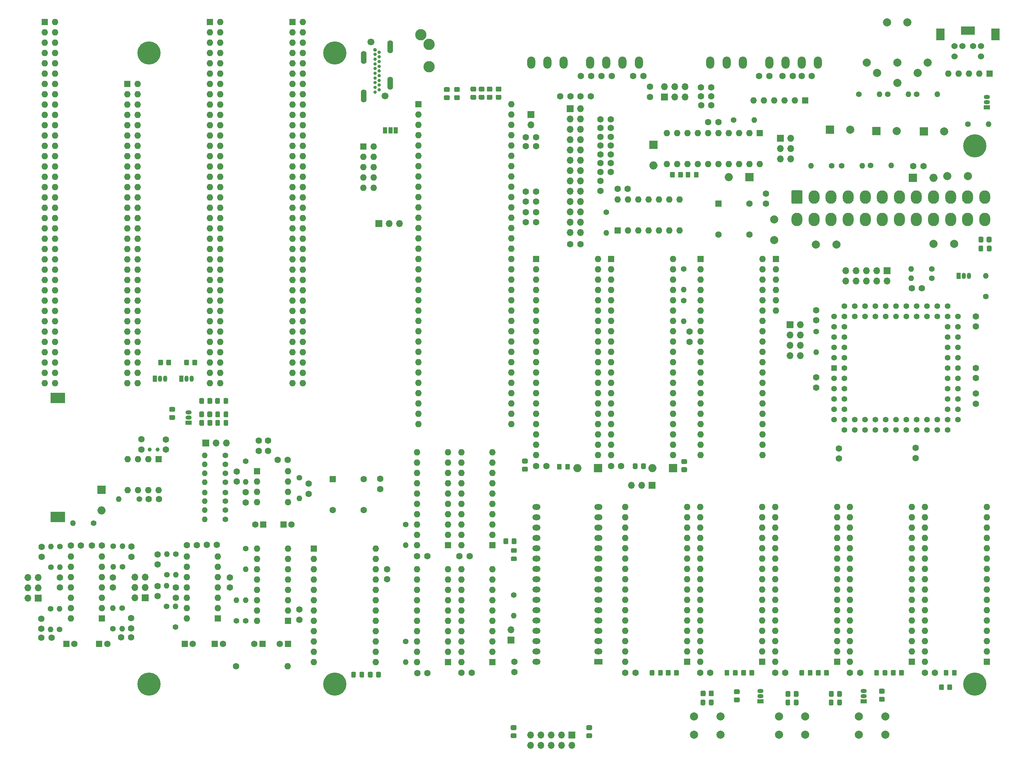
<source format=gts>
G04 #@! TF.GenerationSoftware,KiCad,Pcbnew,(5.1.12)-1*
G04 #@! TF.CreationDate,2022-08-10T22:48:41-07:00*
G04 #@! TF.ProjectId,JBX16,4a425831-362e-46b6-9963-61645f706362,rev?*
G04 #@! TF.SameCoordinates,Original*
G04 #@! TF.FileFunction,Soldermask,Top*
G04 #@! TF.FilePolarity,Negative*
%FSLAX46Y46*%
G04 Gerber Fmt 4.6, Leading zero omitted, Abs format (unit mm)*
G04 Created by KiCad (PCBNEW (5.1.12)-1) date 2022-08-10 22:48:41*
%MOMM*%
%LPD*%
G01*
G04 APERTURE LIST*
%ADD10O,1.700000X1.700000*%
%ADD11R,1.700000X1.700000*%
%ADD12R,1.500000X1.050000*%
%ADD13O,1.500000X1.050000*%
%ADD14O,2.000000X2.000000*%
%ADD15R,2.000000X2.000000*%
%ADD16O,1.400000X1.400000*%
%ADD17C,1.400000*%
%ADD18R,2.000000X1.440000*%
%ADD19O,2.000000X1.440000*%
%ADD20O,1.600000X1.600000*%
%ADD21R,1.600000X1.600000*%
%ADD22C,1.600000*%
%ADD23R,1.000000X1.500000*%
%ADD24R,1.050000X1.500000*%
%ADD25O,1.050000X1.500000*%
%ADD26C,1.000000*%
%ADD27R,3.600000X2.600000*%
%ADD28O,2.700000X3.300000*%
%ADD29C,1.700000*%
%ADD30O,1.400000X3.200000*%
%ADD31C,0.800000*%
%ADD32O,2.000000X3.000000*%
%ADD33C,2.000000*%
%ADD34C,5.700000*%
%ADD35C,1.422400*%
%ADD36R,1.422400X1.422400*%
%ADD37C,1.524000*%
%ADD38R,2.000000X3.000000*%
%ADD39R,3.500000X2.000000*%
%ADD40C,2.800000*%
G04 APERTURE END LIST*
D10*
X229108000Y-111353600D03*
X226568000Y-111353600D03*
X229108000Y-108813600D03*
X226568000Y-108813600D03*
X229108000Y-106273600D03*
X226568000Y-106273600D03*
X229108000Y-103733600D03*
D11*
X226568000Y-103733600D03*
G36*
G01*
X176714999Y-204311200D02*
X177615001Y-204311200D01*
G75*
G02*
X177865000Y-204561199I0J-249999D01*
G01*
X177865000Y-205261201D01*
G75*
G02*
X177615001Y-205511200I-249999J0D01*
G01*
X176714999Y-205511200D01*
G75*
G02*
X176465000Y-205261201I0J249999D01*
G01*
X176465000Y-204561199D01*
G75*
G02*
X176714999Y-204311200I249999J0D01*
G01*
G37*
G36*
G01*
X176714999Y-202311200D02*
X177615001Y-202311200D01*
G75*
G02*
X177865000Y-202561199I0J-249999D01*
G01*
X177865000Y-203261201D01*
G75*
G02*
X177615001Y-203511200I-249999J0D01*
G01*
X176714999Y-203511200D01*
G75*
G02*
X176465000Y-203261201I0J249999D01*
G01*
X176465000Y-202561199D01*
G75*
G02*
X176714999Y-202311200I249999J0D01*
G01*
G37*
G36*
G01*
X159022201Y-203511200D02*
X158122199Y-203511200D01*
G75*
G02*
X157872200Y-203261201I0J249999D01*
G01*
X157872200Y-202561199D01*
G75*
G02*
X158122199Y-202311200I249999J0D01*
G01*
X159022201Y-202311200D01*
G75*
G02*
X159272200Y-202561199I0J-249999D01*
G01*
X159272200Y-203261201D01*
G75*
G02*
X159022201Y-203511200I-249999J0D01*
G01*
G37*
G36*
G01*
X159022201Y-205511200D02*
X158122199Y-205511200D01*
G75*
G02*
X157872200Y-205261201I0J249999D01*
G01*
X157872200Y-204561199D01*
G75*
G02*
X158122199Y-204311200I249999J0D01*
G01*
X159022201Y-204311200D01*
G75*
G02*
X159272200Y-204561199I0J-249999D01*
G01*
X159272200Y-205261201D01*
G75*
G02*
X159022201Y-205511200I-249999J0D01*
G01*
G37*
G36*
G01*
X237344000Y-194177499D02*
X237344000Y-195077501D01*
G75*
G02*
X237094001Y-195327500I-249999J0D01*
G01*
X236393999Y-195327500D01*
G75*
G02*
X236144000Y-195077501I0J249999D01*
G01*
X236144000Y-194177499D01*
G75*
G02*
X236393999Y-193927500I249999J0D01*
G01*
X237094001Y-193927500D01*
G75*
G02*
X237344000Y-194177499I0J-249999D01*
G01*
G37*
G36*
G01*
X239344000Y-194177499D02*
X239344000Y-195077501D01*
G75*
G02*
X239094001Y-195327500I-249999J0D01*
G01*
X238393999Y-195327500D01*
G75*
G02*
X238144000Y-195077501I0J249999D01*
G01*
X238144000Y-194177499D01*
G75*
G02*
X238393999Y-193927500I249999J0D01*
G01*
X239094001Y-193927500D01*
G75*
G02*
X239344000Y-194177499I0J-249999D01*
G01*
G37*
G36*
G01*
X249624001Y-194545000D02*
X248723999Y-194545000D01*
G75*
G02*
X248474000Y-194295001I0J249999D01*
G01*
X248474000Y-193594999D01*
G75*
G02*
X248723999Y-193345000I249999J0D01*
G01*
X249624001Y-193345000D01*
G75*
G02*
X249874000Y-193594999I0J-249999D01*
G01*
X249874000Y-194295001D01*
G75*
G02*
X249624001Y-194545000I-249999J0D01*
G01*
G37*
G36*
G01*
X249624001Y-196545000D02*
X248723999Y-196545000D01*
G75*
G02*
X248474000Y-196295001I0J249999D01*
G01*
X248474000Y-195594999D01*
G75*
G02*
X248723999Y-195345000I249999J0D01*
G01*
X249624001Y-195345000D01*
G75*
G02*
X249874000Y-195594999I0J-249999D01*
G01*
X249874000Y-196295001D01*
G75*
G02*
X249624001Y-196545000I-249999J0D01*
G01*
G37*
D12*
X244703600Y-196469000D03*
D13*
X244703600Y-193929000D03*
X244703600Y-195199000D03*
D10*
X162788600Y-207264000D03*
X162788600Y-204724000D03*
X165328600Y-207264000D03*
X165328600Y-204724000D03*
X167868600Y-207264000D03*
X167868600Y-204724000D03*
X170408600Y-207264000D03*
X170408600Y-204724000D03*
X172948600Y-207264000D03*
D11*
X172948600Y-204724000D03*
G36*
G01*
X237277600Y-196272999D02*
X237277600Y-197173001D01*
G75*
G02*
X237027601Y-197423000I-249999J0D01*
G01*
X236377599Y-197423000D01*
G75*
G02*
X236127600Y-197173001I0J249999D01*
G01*
X236127600Y-196272999D01*
G75*
G02*
X236377599Y-196023000I249999J0D01*
G01*
X237027601Y-196023000D01*
G75*
G02*
X237277600Y-196272999I0J-249999D01*
G01*
G37*
G36*
G01*
X239327600Y-196272999D02*
X239327600Y-197173001D01*
G75*
G02*
X239077601Y-197423000I-249999J0D01*
G01*
X238427599Y-197423000D01*
G75*
G02*
X238177600Y-197173001I0J249999D01*
G01*
X238177600Y-196272999D01*
G75*
G02*
X238427599Y-196023000I249999J0D01*
G01*
X239077601Y-196023000D01*
G75*
G02*
X239327600Y-196272999I0J-249999D01*
G01*
G37*
D14*
X261924800Y-67614800D03*
D15*
X256844800Y-67614800D03*
D16*
X200456800Y-102895400D03*
D17*
X200456800Y-97815400D03*
D18*
X179445920Y-186720000D03*
D19*
X164205920Y-186720000D03*
X179445920Y-184180000D03*
X164205920Y-184180000D03*
X179445920Y-181640000D03*
X164205920Y-181640000D03*
X179445920Y-179100000D03*
X164205920Y-179100000D03*
X179445920Y-176560000D03*
X164205920Y-176560000D03*
X179445920Y-174020000D03*
X164205920Y-174020000D03*
X179445920Y-171480000D03*
X164205920Y-171480000D03*
X179445920Y-168940000D03*
X164205920Y-168940000D03*
X179445920Y-166400000D03*
X164205920Y-166400000D03*
X179445920Y-163860000D03*
X164205920Y-163860000D03*
X179445920Y-161320000D03*
X164205920Y-161320000D03*
X179445920Y-158780000D03*
X164205920Y-158780000D03*
X179445920Y-156240000D03*
X164205920Y-156240000D03*
X179445920Y-153700000D03*
X164205920Y-153700000D03*
X179445920Y-151160000D03*
X164205920Y-151160000D03*
X179445920Y-148620000D03*
X164205920Y-148620000D03*
D12*
X78613000Y-127838200D03*
D13*
X78613000Y-125298200D03*
X78613000Y-126568200D03*
D10*
X87909400Y-132842000D03*
X85369400Y-132842000D03*
D11*
X82829400Y-132842000D03*
D20*
X49631600Y-176072800D03*
X57251600Y-160832800D03*
X49631600Y-173532800D03*
X57251600Y-163372800D03*
X49631600Y-170992800D03*
X57251600Y-165912800D03*
X49631600Y-168452800D03*
X57251600Y-168452800D03*
X49631600Y-165912800D03*
X57251600Y-170992800D03*
X49631600Y-163372800D03*
X57251600Y-173532800D03*
X49631600Y-160832800D03*
D21*
X57251600Y-176072800D03*
D10*
X65354200Y-165862000D03*
X67894200Y-165862000D03*
X65354200Y-168402000D03*
X67894200Y-168402000D03*
X65354200Y-170942000D03*
D11*
X67894200Y-170942000D03*
D10*
X39039800Y-165963600D03*
X41579800Y-165963600D03*
X39039800Y-168503600D03*
X41579800Y-168503600D03*
X39039800Y-171043600D03*
D11*
X41579800Y-171043600D03*
D16*
X82575400Y-135940800D03*
D17*
X87655400Y-135940800D03*
D16*
X82575400Y-145008600D03*
D17*
X87655400Y-145008600D03*
D16*
X75412600Y-173075600D03*
D17*
X75412600Y-178155600D03*
D16*
X59994800Y-173507400D03*
D17*
X59994800Y-178587400D03*
D16*
X82575400Y-140309600D03*
D17*
X87655400Y-140309600D03*
D16*
X82575400Y-147193000D03*
D17*
X87655400Y-147193000D03*
D16*
X82575400Y-149402800D03*
D17*
X87655400Y-149402800D03*
D16*
X46812200Y-173634400D03*
D17*
X46812200Y-178714400D03*
D16*
X46913800Y-163398200D03*
D17*
X46913800Y-158318200D03*
D16*
X44602400Y-178714400D03*
D17*
X44602400Y-173634400D03*
D16*
X44704000Y-158318200D03*
D17*
X44704000Y-163398200D03*
D16*
X82575400Y-142494000D03*
D17*
X87655400Y-142494000D03*
D16*
X82575400Y-138125200D03*
D17*
X87655400Y-138125200D03*
D16*
X82550000Y-151612600D03*
D17*
X87630000Y-151612600D03*
D16*
X75438000Y-165252400D03*
D17*
X75438000Y-160172400D03*
D16*
X60071000Y-163347400D03*
D17*
X60071000Y-158267400D03*
D16*
X62306200Y-158267400D03*
D17*
X62306200Y-163347400D03*
D16*
X62230000Y-178587400D03*
D17*
X62230000Y-173507400D03*
D22*
X44892600Y-180797200D03*
X42392600Y-180797200D03*
X49620800Y-158089600D03*
X52120800Y-158089600D03*
X42392600Y-176112800D03*
X42392600Y-178612800D03*
X42443400Y-160909000D03*
X42443400Y-158409000D03*
X57262400Y-158089600D03*
X54762400Y-158089600D03*
X61965200Y-180670200D03*
X64465200Y-180670200D03*
X64541400Y-160869000D03*
X64541400Y-158369000D03*
X64465200Y-175985800D03*
X64465200Y-178485800D03*
X79622400Y-182290720D03*
D21*
X77622400Y-182290720D03*
D22*
X75438000Y-170952800D03*
X75438000Y-168452800D03*
X87039200Y-182290720D03*
D21*
X85039200Y-182290720D03*
D22*
X88722200Y-165938200D03*
X88722200Y-168438200D03*
D23*
X129570000Y-55930800D03*
X128270000Y-55930800D03*
X126970000Y-55930800D03*
D20*
X124180600Y-70053200D03*
X121640600Y-70053200D03*
X124180600Y-67513200D03*
X121640600Y-67513200D03*
X124180600Y-64973200D03*
X121640600Y-64973200D03*
X124180600Y-62433200D03*
X121640600Y-62433200D03*
X124180600Y-59893200D03*
D21*
X121640600Y-59893200D03*
G36*
G01*
X202042500Y-66351999D02*
X202042500Y-67252001D01*
G75*
G02*
X201792501Y-67502000I-249999J0D01*
G01*
X201142499Y-67502000D01*
G75*
G02*
X200892500Y-67252001I0J249999D01*
G01*
X200892500Y-66351999D01*
G75*
G02*
X201142499Y-66102000I249999J0D01*
G01*
X201792501Y-66102000D01*
G75*
G02*
X202042500Y-66351999I0J-249999D01*
G01*
G37*
G36*
G01*
X204092500Y-66351999D02*
X204092500Y-67252001D01*
G75*
G02*
X203842501Y-67502000I-249999J0D01*
G01*
X203192499Y-67502000D01*
G75*
G02*
X202942500Y-67252001I0J249999D01*
G01*
X202942500Y-66351999D01*
G75*
G02*
X203192499Y-66102000I249999J0D01*
G01*
X203842501Y-66102000D01*
G75*
G02*
X204092500Y-66351999I0J-249999D01*
G01*
G37*
D20*
X223083120Y-100299520D03*
X223083120Y-97759520D03*
X223083120Y-95219520D03*
X223083120Y-92679520D03*
X223083120Y-90139520D03*
D21*
X223083120Y-87599520D03*
D16*
X275412200Y-54356000D03*
D17*
X270332200Y-54356000D03*
D16*
X274777200Y-91719400D03*
D17*
X274777200Y-96799400D03*
D12*
X274980400Y-50241200D03*
D13*
X274980400Y-47701200D03*
X274980400Y-48971200D03*
D24*
X268097000Y-91719400D03*
D25*
X270637000Y-91719400D03*
X269367000Y-91719400D03*
G36*
G01*
X152203999Y-47152000D02*
X153104001Y-47152000D01*
G75*
G02*
X153354000Y-47401999I0J-249999D01*
G01*
X153354000Y-48102001D01*
G75*
G02*
X153104001Y-48352000I-249999J0D01*
G01*
X152203999Y-48352000D01*
G75*
G02*
X151954000Y-48102001I0J249999D01*
G01*
X151954000Y-47401999D01*
G75*
G02*
X152203999Y-47152000I249999J0D01*
G01*
G37*
G36*
G01*
X152203999Y-45152000D02*
X153104001Y-45152000D01*
G75*
G02*
X153354000Y-45401999I0J-249999D01*
G01*
X153354000Y-46102001D01*
G75*
G02*
X153104001Y-46352000I-249999J0D01*
G01*
X152203999Y-46352000D01*
G75*
G02*
X151954000Y-46102001I0J249999D01*
G01*
X151954000Y-45401999D01*
G75*
G02*
X152203999Y-45152000I249999J0D01*
G01*
G37*
G36*
G01*
X150248199Y-47145400D02*
X151148201Y-47145400D01*
G75*
G02*
X151398200Y-47395399I0J-249999D01*
G01*
X151398200Y-48095401D01*
G75*
G02*
X151148201Y-48345400I-249999J0D01*
G01*
X150248199Y-48345400D01*
G75*
G02*
X149998200Y-48095401I0J249999D01*
G01*
X149998200Y-47395399D01*
G75*
G02*
X150248199Y-47145400I249999J0D01*
G01*
G37*
G36*
G01*
X150248199Y-45145400D02*
X151148201Y-45145400D01*
G75*
G02*
X151398200Y-45395399I0J-249999D01*
G01*
X151398200Y-46095401D01*
G75*
G02*
X151148201Y-46345400I-249999J0D01*
G01*
X150248199Y-46345400D01*
G75*
G02*
X149998200Y-46095401I0J249999D01*
G01*
X149998200Y-45395399D01*
G75*
G02*
X150248199Y-45145400I249999J0D01*
G01*
G37*
G36*
G01*
X155313801Y-46336000D02*
X154413799Y-46336000D01*
G75*
G02*
X154163800Y-46086001I0J249999D01*
G01*
X154163800Y-45385999D01*
G75*
G02*
X154413799Y-45136000I249999J0D01*
G01*
X155313801Y-45136000D01*
G75*
G02*
X155563800Y-45385999I0J-249999D01*
G01*
X155563800Y-46086001D01*
G75*
G02*
X155313801Y-46336000I-249999J0D01*
G01*
G37*
G36*
G01*
X155313801Y-48336000D02*
X154413799Y-48336000D01*
G75*
G02*
X154163800Y-48086001I0J249999D01*
G01*
X154163800Y-47385999D01*
G75*
G02*
X154413799Y-47136000I249999J0D01*
G01*
X155313801Y-47136000D01*
G75*
G02*
X155563800Y-47385999I0J-249999D01*
G01*
X155563800Y-48086001D01*
G75*
G02*
X155313801Y-48336000I-249999J0D01*
G01*
G37*
G36*
G01*
X148216199Y-47145400D02*
X149116201Y-47145400D01*
G75*
G02*
X149366200Y-47395399I0J-249999D01*
G01*
X149366200Y-48095401D01*
G75*
G02*
X149116201Y-48345400I-249999J0D01*
G01*
X148216199Y-48345400D01*
G75*
G02*
X147966200Y-48095401I0J249999D01*
G01*
X147966200Y-47395399D01*
G75*
G02*
X148216199Y-47145400I249999J0D01*
G01*
G37*
G36*
G01*
X148216199Y-45145400D02*
X149116201Y-45145400D01*
G75*
G02*
X149366200Y-45395399I0J-249999D01*
G01*
X149366200Y-46095401D01*
G75*
G02*
X149116201Y-46345400I-249999J0D01*
G01*
X148216199Y-46345400D01*
G75*
G02*
X147966200Y-46095401I0J249999D01*
G01*
X147966200Y-45395399D01*
G75*
G02*
X148216199Y-45145400I249999J0D01*
G01*
G37*
G36*
G01*
X144177599Y-47237600D02*
X145077601Y-47237600D01*
G75*
G02*
X145327600Y-47487599I0J-249999D01*
G01*
X145327600Y-48187601D01*
G75*
G02*
X145077601Y-48437600I-249999J0D01*
G01*
X144177599Y-48437600D01*
G75*
G02*
X143927600Y-48187601I0J249999D01*
G01*
X143927600Y-47487599D01*
G75*
G02*
X144177599Y-47237600I249999J0D01*
G01*
G37*
G36*
G01*
X144177599Y-45237600D02*
X145077601Y-45237600D01*
G75*
G02*
X145327600Y-45487599I0J-249999D01*
G01*
X145327600Y-46187601D01*
G75*
G02*
X145077601Y-46437600I-249999J0D01*
G01*
X144177599Y-46437600D01*
G75*
G02*
X143927600Y-46187601I0J249999D01*
G01*
X143927600Y-45487599D01*
G75*
G02*
X144177599Y-45237600I249999J0D01*
G01*
G37*
G36*
G01*
X141688399Y-47247000D02*
X142588401Y-47247000D01*
G75*
G02*
X142838400Y-47496999I0J-249999D01*
G01*
X142838400Y-48197001D01*
G75*
G02*
X142588401Y-48447000I-249999J0D01*
G01*
X141688399Y-48447000D01*
G75*
G02*
X141438400Y-48197001I0J249999D01*
G01*
X141438400Y-47496999D01*
G75*
G02*
X141688399Y-47247000I249999J0D01*
G01*
G37*
G36*
G01*
X141688399Y-45247000D02*
X142588401Y-45247000D01*
G75*
G02*
X142838400Y-45496999I0J-249999D01*
G01*
X142838400Y-46197001D01*
G75*
G02*
X142588401Y-46447000I-249999J0D01*
G01*
X141688399Y-46447000D01*
G75*
G02*
X141438400Y-46197001I0J249999D01*
G01*
X141438400Y-45496999D01*
G75*
G02*
X141688399Y-45247000I249999J0D01*
G01*
G37*
D21*
X135107680Y-49484280D03*
D20*
X135107680Y-52024280D03*
X135107680Y-54564280D03*
X135107680Y-57104280D03*
X135107680Y-59644280D03*
X135107680Y-62184280D03*
X135107680Y-64724280D03*
X135107680Y-67264280D03*
X135107680Y-69804280D03*
X135107680Y-72344280D03*
X135107680Y-74884280D03*
X135107680Y-77424280D03*
X135107680Y-79964280D03*
X135107680Y-82504280D03*
X135107680Y-85044280D03*
X135107680Y-87584280D03*
X135107680Y-90124280D03*
X135107680Y-92664280D03*
X135107680Y-95204280D03*
X135107680Y-97744280D03*
X135107680Y-100284280D03*
X135107680Y-102824280D03*
X135107680Y-105364280D03*
X135107680Y-107904280D03*
X135107680Y-110444280D03*
X135107680Y-112984280D03*
X135107680Y-115524280D03*
X135107680Y-118064280D03*
X135107680Y-120604280D03*
X135107680Y-123144280D03*
X135107680Y-125684280D03*
X135107680Y-128224280D03*
X157967680Y-64724280D03*
X157967680Y-49484280D03*
X157967680Y-128224280D03*
X157967680Y-120604280D03*
X157967680Y-52024280D03*
X157967680Y-110444280D03*
X157967680Y-125684280D03*
X157967680Y-118064280D03*
X157967680Y-115524280D03*
X157967680Y-105364280D03*
X157967680Y-74884280D03*
X157967680Y-85044280D03*
X157967680Y-79964280D03*
X157967680Y-72344280D03*
X157967680Y-67264280D03*
X157967680Y-57104280D03*
X157967680Y-54564280D03*
X157967680Y-82504280D03*
X157967680Y-123144280D03*
X157967680Y-87584280D03*
X157967680Y-62184280D03*
X157967680Y-112984280D03*
X157967680Y-69804280D03*
X157967680Y-100284280D03*
X157967680Y-107904280D03*
X157967680Y-92664280D03*
X157967680Y-59644280D03*
X157967680Y-97744280D03*
X157967680Y-102824280D03*
X157967680Y-95204280D03*
X157967680Y-90124280D03*
X157967680Y-77424280D03*
G36*
G01*
X199044000Y-67252001D02*
X199044000Y-66351999D01*
G75*
G02*
X199293999Y-66102000I249999J0D01*
G01*
X199994001Y-66102000D01*
G75*
G02*
X200244000Y-66351999I0J-249999D01*
G01*
X200244000Y-67252001D01*
G75*
G02*
X199994001Y-67502000I-249999J0D01*
G01*
X199293999Y-67502000D01*
G75*
G02*
X199044000Y-67252001I0J249999D01*
G01*
G37*
G36*
G01*
X197044000Y-67252001D02*
X197044000Y-66351999D01*
G75*
G02*
X197293999Y-66102000I249999J0D01*
G01*
X197994001Y-66102000D01*
G75*
G02*
X198244000Y-66351999I0J-249999D01*
G01*
X198244000Y-67252001D01*
G75*
G02*
X197994001Y-67502000I-249999J0D01*
G01*
X197293999Y-67502000D01*
G75*
G02*
X197044000Y-67252001I0J249999D01*
G01*
G37*
D16*
X61366400Y-146659600D03*
D17*
X66446400Y-146659600D03*
D16*
X50114200Y-152577800D03*
D17*
X55194200Y-152577800D03*
D26*
X69054900Y-134467600D03*
X70954900Y-134467600D03*
D20*
X71208900Y-144437100D03*
X63588900Y-136817100D03*
X68668900Y-144437100D03*
X66128900Y-136817100D03*
X66128900Y-144437100D03*
X68668900Y-136817100D03*
X63588900Y-144437100D03*
D21*
X71208900Y-136817100D03*
D14*
X57150000Y-149453600D03*
D15*
X57150000Y-144373600D03*
D22*
X67017900Y-134427600D03*
X67017900Y-131927600D03*
X72986900Y-134467600D03*
X72986900Y-131967600D03*
X175006000Y-83947000D03*
X172506000Y-83947000D03*
X161584000Y-73406000D03*
X164084000Y-73406000D03*
X182435500Y-53149500D03*
X179935500Y-53149500D03*
X161584000Y-70993000D03*
X164084000Y-70993000D03*
X161584000Y-76009500D03*
X164084000Y-76009500D03*
X179959000Y-70826000D03*
X179959000Y-68326000D03*
X68772400Y-146659600D03*
X71272400Y-146659600D03*
X182435500Y-59626500D03*
X179935500Y-59626500D03*
X182435500Y-66103500D03*
X179935500Y-66103500D03*
X161584000Y-78486000D03*
X164084000Y-78486000D03*
X182435500Y-63944500D03*
X179935500Y-63944500D03*
X177546000Y-47498000D03*
X175046000Y-47498000D03*
X182435500Y-61785500D03*
X179935500Y-61785500D03*
X182435500Y-55308500D03*
X179935500Y-55308500D03*
X161584000Y-59753500D03*
X164084000Y-59753500D03*
X170029500Y-47498000D03*
X172529500Y-47498000D03*
X182435500Y-57467500D03*
X179935500Y-57467500D03*
X161584000Y-57594500D03*
X164084000Y-57594500D03*
G36*
G01*
X78711600Y-112579999D02*
X78711600Y-113480001D01*
G75*
G02*
X78461601Y-113730000I-249999J0D01*
G01*
X77761599Y-113730000D01*
G75*
G02*
X77511600Y-113480001I0J249999D01*
G01*
X77511600Y-112579999D01*
G75*
G02*
X77761599Y-112330000I249999J0D01*
G01*
X78461601Y-112330000D01*
G75*
G02*
X78711600Y-112579999I0J-249999D01*
G01*
G37*
G36*
G01*
X80711600Y-112579999D02*
X80711600Y-113480001D01*
G75*
G02*
X80461601Y-113730000I-249999J0D01*
G01*
X79761599Y-113730000D01*
G75*
G02*
X79511600Y-113480001I0J249999D01*
G01*
X79511600Y-112579999D01*
G75*
G02*
X79761599Y-112330000I249999J0D01*
G01*
X80461601Y-112330000D01*
G75*
G02*
X80711600Y-112579999I0J-249999D01*
G01*
G37*
G36*
G01*
X82407300Y-122054199D02*
X82407300Y-122954201D01*
G75*
G02*
X82157301Y-123204200I-249999J0D01*
G01*
X81457299Y-123204200D01*
G75*
G02*
X81207300Y-122954201I0J249999D01*
G01*
X81207300Y-122054199D01*
G75*
G02*
X81457299Y-121804200I249999J0D01*
G01*
X82157301Y-121804200D01*
G75*
G02*
X82407300Y-122054199I0J-249999D01*
G01*
G37*
G36*
G01*
X84407300Y-122054199D02*
X84407300Y-122954201D01*
G75*
G02*
X84157301Y-123204200I-249999J0D01*
G01*
X83457299Y-123204200D01*
G75*
G02*
X83207300Y-122954201I0J249999D01*
G01*
X83207300Y-122054199D01*
G75*
G02*
X83457299Y-121804200I249999J0D01*
G01*
X84157301Y-121804200D01*
G75*
G02*
X84407300Y-122054199I0J-249999D01*
G01*
G37*
G36*
G01*
X72310800Y-112579999D02*
X72310800Y-113480001D01*
G75*
G02*
X72060801Y-113730000I-249999J0D01*
G01*
X71360799Y-113730000D01*
G75*
G02*
X71110800Y-113480001I0J249999D01*
G01*
X71110800Y-112579999D01*
G75*
G02*
X71360799Y-112330000I249999J0D01*
G01*
X72060801Y-112330000D01*
G75*
G02*
X72310800Y-112579999I0J-249999D01*
G01*
G37*
G36*
G01*
X74310800Y-112579999D02*
X74310800Y-113480001D01*
G75*
G02*
X74060801Y-113730000I-249999J0D01*
G01*
X73360799Y-113730000D01*
G75*
G02*
X73110800Y-113480001I0J249999D01*
G01*
X73110800Y-112579999D01*
G75*
G02*
X73360799Y-112330000I249999J0D01*
G01*
X74060801Y-112330000D01*
G75*
G02*
X74310800Y-112579999I0J-249999D01*
G01*
G37*
G36*
G01*
X82400700Y-125356199D02*
X82400700Y-126256201D01*
G75*
G02*
X82150701Y-126506200I-249999J0D01*
G01*
X81450699Y-126506200D01*
G75*
G02*
X81200700Y-126256201I0J249999D01*
G01*
X81200700Y-125356199D01*
G75*
G02*
X81450699Y-125106200I249999J0D01*
G01*
X82150701Y-125106200D01*
G75*
G02*
X82400700Y-125356199I0J-249999D01*
G01*
G37*
G36*
G01*
X84400700Y-125356199D02*
X84400700Y-126256201D01*
G75*
G02*
X84150701Y-126506200I-249999J0D01*
G01*
X83450699Y-126506200D01*
G75*
G02*
X83200700Y-126256201I0J249999D01*
G01*
X83200700Y-125356199D01*
G75*
G02*
X83450699Y-125106200I249999J0D01*
G01*
X84150701Y-125106200D01*
G75*
G02*
X84400700Y-125356199I0J-249999D01*
G01*
G37*
G36*
G01*
X74098999Y-125961600D02*
X74999001Y-125961600D01*
G75*
G02*
X75249000Y-126211599I0J-249999D01*
G01*
X75249000Y-126911601D01*
G75*
G02*
X74999001Y-127161600I-249999J0D01*
G01*
X74098999Y-127161600D01*
G75*
G02*
X73849000Y-126911601I0J249999D01*
G01*
X73849000Y-126211599D01*
G75*
G02*
X74098999Y-125961600I249999J0D01*
G01*
G37*
G36*
G01*
X74098999Y-123961600D02*
X74999001Y-123961600D01*
G75*
G02*
X75249000Y-124211599I0J-249999D01*
G01*
X75249000Y-124911601D01*
G75*
G02*
X74999001Y-125161600I-249999J0D01*
G01*
X74098999Y-125161600D01*
G75*
G02*
X73849000Y-124911601I0J249999D01*
G01*
X73849000Y-124211599D01*
G75*
G02*
X74098999Y-123961600I249999J0D01*
G01*
G37*
G36*
G01*
X82432700Y-127438999D02*
X82432700Y-128339001D01*
G75*
G02*
X82182701Y-128589000I-249999J0D01*
G01*
X81482699Y-128589000D01*
G75*
G02*
X81232700Y-128339001I0J249999D01*
G01*
X81232700Y-127438999D01*
G75*
G02*
X81482699Y-127189000I249999J0D01*
G01*
X82182701Y-127189000D01*
G75*
G02*
X82432700Y-127438999I0J-249999D01*
G01*
G37*
G36*
G01*
X84432700Y-127438999D02*
X84432700Y-128339001D01*
G75*
G02*
X84182701Y-128589000I-249999J0D01*
G01*
X83482699Y-128589000D01*
G75*
G02*
X83232700Y-128339001I0J249999D01*
G01*
X83232700Y-127438999D01*
G75*
G02*
X83482699Y-127189000I249999J0D01*
G01*
X84182701Y-127189000D01*
G75*
G02*
X84432700Y-127438999I0J-249999D01*
G01*
G37*
D24*
X76835000Y-117043200D03*
D25*
X79375000Y-117043200D03*
X78105000Y-117043200D03*
D24*
X70307200Y-117043200D03*
D25*
X72847200Y-117043200D03*
X71577200Y-117043200D03*
G36*
G01*
X86287300Y-122054199D02*
X86287300Y-122954201D01*
G75*
G02*
X86037301Y-123204200I-249999J0D01*
G01*
X85387299Y-123204200D01*
G75*
G02*
X85137300Y-122954201I0J249999D01*
G01*
X85137300Y-122054199D01*
G75*
G02*
X85387299Y-121804200I249999J0D01*
G01*
X86037301Y-121804200D01*
G75*
G02*
X86287300Y-122054199I0J-249999D01*
G01*
G37*
G36*
G01*
X88337300Y-122054199D02*
X88337300Y-122954201D01*
G75*
G02*
X88087301Y-123204200I-249999J0D01*
G01*
X87437299Y-123204200D01*
G75*
G02*
X87187300Y-122954201I0J249999D01*
G01*
X87187300Y-122054199D01*
G75*
G02*
X87437299Y-121804200I249999J0D01*
G01*
X88087301Y-121804200D01*
G75*
G02*
X88337300Y-122054199I0J-249999D01*
G01*
G37*
G36*
G01*
X86312700Y-125356199D02*
X86312700Y-126256201D01*
G75*
G02*
X86062701Y-126506200I-249999J0D01*
G01*
X85412699Y-126506200D01*
G75*
G02*
X85162700Y-126256201I0J249999D01*
G01*
X85162700Y-125356199D01*
G75*
G02*
X85412699Y-125106200I249999J0D01*
G01*
X86062701Y-125106200D01*
G75*
G02*
X86312700Y-125356199I0J-249999D01*
G01*
G37*
G36*
G01*
X88362700Y-125356199D02*
X88362700Y-126256201D01*
G75*
G02*
X88112701Y-126506200I-249999J0D01*
G01*
X87462699Y-126506200D01*
G75*
G02*
X87212700Y-126256201I0J249999D01*
G01*
X87212700Y-125356199D01*
G75*
G02*
X87462699Y-125106200I249999J0D01*
G01*
X88112701Y-125106200D01*
G75*
G02*
X88362700Y-125356199I0J-249999D01*
G01*
G37*
G36*
G01*
X86312700Y-127438999D02*
X86312700Y-128339001D01*
G75*
G02*
X86062701Y-128589000I-249999J0D01*
G01*
X85412699Y-128589000D01*
G75*
G02*
X85162700Y-128339001I0J249999D01*
G01*
X85162700Y-127438999D01*
G75*
G02*
X85412699Y-127189000I249999J0D01*
G01*
X86062701Y-127189000D01*
G75*
G02*
X86312700Y-127438999I0J-249999D01*
G01*
G37*
G36*
G01*
X88362700Y-127438999D02*
X88362700Y-128339001D01*
G75*
G02*
X88112701Y-128589000I-249999J0D01*
G01*
X87462699Y-128589000D01*
G75*
G02*
X87212700Y-128339001I0J249999D01*
G01*
X87212700Y-127438999D01*
G75*
G02*
X87462699Y-127189000I249999J0D01*
G01*
X88112701Y-127189000D01*
G75*
G02*
X88362700Y-127438999I0J-249999D01*
G01*
G37*
D27*
X46405800Y-151098800D03*
X46405800Y-121798800D03*
G36*
G01*
X213036999Y-195472000D02*
X213937001Y-195472000D01*
G75*
G02*
X214187000Y-195721999I0J-249999D01*
G01*
X214187000Y-196422001D01*
G75*
G02*
X213937001Y-196672000I-249999J0D01*
G01*
X213036999Y-196672000D01*
G75*
G02*
X212787000Y-196422001I0J249999D01*
G01*
X212787000Y-195721999D01*
G75*
G02*
X213036999Y-195472000I249999J0D01*
G01*
G37*
G36*
G01*
X213036999Y-193472000D02*
X213937001Y-193472000D01*
G75*
G02*
X214187000Y-193721999I0J-249999D01*
G01*
X214187000Y-194422001D01*
G75*
G02*
X213937001Y-194672000I-249999J0D01*
G01*
X213036999Y-194672000D01*
G75*
G02*
X212787000Y-194422001I0J249999D01*
G01*
X212787000Y-193721999D01*
G75*
G02*
X213036999Y-193472000I249999J0D01*
G01*
G37*
G36*
G01*
X226676000Y-194177499D02*
X226676000Y-195077501D01*
G75*
G02*
X226426001Y-195327500I-249999J0D01*
G01*
X225725999Y-195327500D01*
G75*
G02*
X225476000Y-195077501I0J249999D01*
G01*
X225476000Y-194177499D01*
G75*
G02*
X225725999Y-193927500I249999J0D01*
G01*
X226426001Y-193927500D01*
G75*
G02*
X226676000Y-194177499I0J-249999D01*
G01*
G37*
G36*
G01*
X228676000Y-194177499D02*
X228676000Y-195077501D01*
G75*
G02*
X228426001Y-195327500I-249999J0D01*
G01*
X227725999Y-195327500D01*
G75*
G02*
X227476000Y-195077501I0J249999D01*
G01*
X227476000Y-194177499D01*
G75*
G02*
X227725999Y-193927500I249999J0D01*
G01*
X228426001Y-193927500D01*
G75*
G02*
X228676000Y-194177499I0J-249999D01*
G01*
G37*
D12*
X219265500Y-196405500D03*
D13*
X219265500Y-193865500D03*
X219265500Y-195135500D03*
G36*
G01*
X226626000Y-196272999D02*
X226626000Y-197173001D01*
G75*
G02*
X226376001Y-197423000I-249999J0D01*
G01*
X225725999Y-197423000D01*
G75*
G02*
X225476000Y-197173001I0J249999D01*
G01*
X225476000Y-196272999D01*
G75*
G02*
X225725999Y-196023000I249999J0D01*
G01*
X226376001Y-196023000D01*
G75*
G02*
X226626000Y-196272999I0J-249999D01*
G01*
G37*
G36*
G01*
X228676000Y-196272999D02*
X228676000Y-197173001D01*
G75*
G02*
X228426001Y-197423000I-249999J0D01*
G01*
X227775999Y-197423000D01*
G75*
G02*
X227526000Y-197173001I0J249999D01*
G01*
X227526000Y-196272999D01*
G75*
G02*
X227775999Y-196023000I249999J0D01*
G01*
X228426001Y-196023000D01*
G75*
G02*
X228676000Y-196272999I0J-249999D01*
G01*
G37*
G36*
G01*
X205800500Y-194050499D02*
X205800500Y-194950501D01*
G75*
G02*
X205550501Y-195200500I-249999J0D01*
G01*
X204850499Y-195200500D01*
G75*
G02*
X204600500Y-194950501I0J249999D01*
G01*
X204600500Y-194050499D01*
G75*
G02*
X204850499Y-193800500I249999J0D01*
G01*
X205550501Y-193800500D01*
G75*
G02*
X205800500Y-194050499I0J-249999D01*
G01*
G37*
G36*
G01*
X207800500Y-194050499D02*
X207800500Y-194950501D01*
G75*
G02*
X207550501Y-195200500I-249999J0D01*
G01*
X206850499Y-195200500D01*
G75*
G02*
X206600500Y-194950501I0J249999D01*
G01*
X206600500Y-194050499D01*
G75*
G02*
X206850499Y-193800500I249999J0D01*
G01*
X207550501Y-193800500D01*
G75*
G02*
X207800500Y-194050499I0J-249999D01*
G01*
G37*
G36*
G01*
X274958000Y-83228601D02*
X274958000Y-82328599D01*
G75*
G02*
X275207999Y-82078600I249999J0D01*
G01*
X275908001Y-82078600D01*
G75*
G02*
X276158000Y-82328599I0J-249999D01*
G01*
X276158000Y-83228601D01*
G75*
G02*
X275908001Y-83478600I-249999J0D01*
G01*
X275207999Y-83478600D01*
G75*
G02*
X274958000Y-83228601I0J249999D01*
G01*
G37*
G36*
G01*
X272958000Y-83228601D02*
X272958000Y-82328599D01*
G75*
G02*
X273207999Y-82078600I249999J0D01*
G01*
X273908001Y-82078600D01*
G75*
G02*
X274158000Y-82328599I0J-249999D01*
G01*
X274158000Y-83228601D01*
G75*
G02*
X273908001Y-83478600I-249999J0D01*
G01*
X273207999Y-83478600D01*
G75*
G02*
X272958000Y-83228601I0J249999D01*
G01*
G37*
G36*
G01*
X123917000Y-189414999D02*
X123917000Y-190315001D01*
G75*
G02*
X123667001Y-190565000I-249999J0D01*
G01*
X122966999Y-190565000D01*
G75*
G02*
X122717000Y-190315001I0J249999D01*
G01*
X122717000Y-189414999D01*
G75*
G02*
X122966999Y-189165000I249999J0D01*
G01*
X123667001Y-189165000D01*
G75*
G02*
X123917000Y-189414999I0J-249999D01*
G01*
G37*
G36*
G01*
X125917000Y-189414999D02*
X125917000Y-190315001D01*
G75*
G02*
X125667001Y-190565000I-249999J0D01*
G01*
X124966999Y-190565000D01*
G75*
G02*
X124717000Y-190315001I0J249999D01*
G01*
X124717000Y-189414999D01*
G75*
G02*
X124966999Y-189165000I249999J0D01*
G01*
X125667001Y-189165000D01*
G75*
G02*
X125917000Y-189414999I0J-249999D01*
G01*
G37*
G36*
G01*
X161803501Y-137903000D02*
X160903499Y-137903000D01*
G75*
G02*
X160653500Y-137653001I0J249999D01*
G01*
X160653500Y-136952999D01*
G75*
G02*
X160903499Y-136703000I249999J0D01*
G01*
X161803501Y-136703000D01*
G75*
G02*
X162053500Y-136952999I0J-249999D01*
G01*
X162053500Y-137653001D01*
G75*
G02*
X161803501Y-137903000I-249999J0D01*
G01*
G37*
G36*
G01*
X161803501Y-139903000D02*
X160903499Y-139903000D01*
G75*
G02*
X160653500Y-139653001I0J249999D01*
G01*
X160653500Y-138952999D01*
G75*
G02*
X160903499Y-138703000I249999J0D01*
G01*
X161803501Y-138703000D01*
G75*
G02*
X162053500Y-138952999I0J-249999D01*
G01*
X162053500Y-139653001D01*
G75*
G02*
X161803501Y-139903000I-249999J0D01*
G01*
G37*
G36*
G01*
X200983001Y-138014000D02*
X200082999Y-138014000D01*
G75*
G02*
X199833000Y-137764001I0J249999D01*
G01*
X199833000Y-137063999D01*
G75*
G02*
X200082999Y-136814000I249999J0D01*
G01*
X200983001Y-136814000D01*
G75*
G02*
X201233000Y-137063999I0J-249999D01*
G01*
X201233000Y-137764001D01*
G75*
G02*
X200983001Y-138014000I-249999J0D01*
G01*
G37*
G36*
G01*
X200983001Y-140014000D02*
X200082999Y-140014000D01*
G75*
G02*
X199833000Y-139764001I0J249999D01*
G01*
X199833000Y-139063999D01*
G75*
G02*
X200082999Y-138814000I249999J0D01*
G01*
X200983001Y-138814000D01*
G75*
G02*
X201233000Y-139063999I0J-249999D01*
G01*
X201233000Y-139764001D01*
G75*
G02*
X200983001Y-140014000I-249999J0D01*
G01*
G37*
G36*
G01*
X265258500Y-193426501D02*
X265258500Y-192526499D01*
G75*
G02*
X265508499Y-192276500I249999J0D01*
G01*
X266208501Y-192276500D01*
G75*
G02*
X266458500Y-192526499I0J-249999D01*
G01*
X266458500Y-193426501D01*
G75*
G02*
X266208501Y-193676500I-249999J0D01*
G01*
X265508499Y-193676500D01*
G75*
G02*
X265258500Y-193426501I0J249999D01*
G01*
G37*
G36*
G01*
X263258500Y-193426501D02*
X263258500Y-192526499D01*
G75*
G02*
X263508499Y-192276500I249999J0D01*
G01*
X264208501Y-192276500D01*
G75*
G02*
X264458500Y-192526499I0J-249999D01*
G01*
X264458500Y-193426501D01*
G75*
G02*
X264208501Y-193676500I-249999J0D01*
G01*
X263508499Y-193676500D01*
G75*
G02*
X263258500Y-193426501I0J249999D01*
G01*
G37*
G36*
G01*
X252600000Y-188970499D02*
X252600000Y-189870501D01*
G75*
G02*
X252350001Y-190120500I-249999J0D01*
G01*
X251649999Y-190120500D01*
G75*
G02*
X251400000Y-189870501I0J249999D01*
G01*
X251400000Y-188970499D01*
G75*
G02*
X251649999Y-188720500I249999J0D01*
G01*
X252350001Y-188720500D01*
G75*
G02*
X252600000Y-188970499I0J-249999D01*
G01*
G37*
G36*
G01*
X254600000Y-188970499D02*
X254600000Y-189870501D01*
G75*
G02*
X254350001Y-190120500I-249999J0D01*
G01*
X253649999Y-190120500D01*
G75*
G02*
X253400000Y-189870501I0J249999D01*
G01*
X253400000Y-188970499D01*
G75*
G02*
X253649999Y-188720500I249999J0D01*
G01*
X254350001Y-188720500D01*
G75*
G02*
X254600000Y-188970499I0J-249999D01*
G01*
G37*
G36*
G01*
X234153000Y-188970499D02*
X234153000Y-189870501D01*
G75*
G02*
X233903001Y-190120500I-249999J0D01*
G01*
X233202999Y-190120500D01*
G75*
G02*
X232953000Y-189870501I0J249999D01*
G01*
X232953000Y-188970499D01*
G75*
G02*
X233202999Y-188720500I249999J0D01*
G01*
X233903001Y-188720500D01*
G75*
G02*
X234153000Y-188970499I0J-249999D01*
G01*
G37*
G36*
G01*
X236153000Y-188970499D02*
X236153000Y-189870501D01*
G75*
G02*
X235903001Y-190120500I-249999J0D01*
G01*
X235202999Y-190120500D01*
G75*
G02*
X234953000Y-189870501I0J249999D01*
G01*
X234953000Y-188970499D01*
G75*
G02*
X235202999Y-188720500I249999J0D01*
G01*
X235903001Y-188720500D01*
G75*
G02*
X236153000Y-188970499I0J-249999D01*
G01*
G37*
G36*
G01*
X215770000Y-188970499D02*
X215770000Y-189870501D01*
G75*
G02*
X215520001Y-190120500I-249999J0D01*
G01*
X214819999Y-190120500D01*
G75*
G02*
X214570000Y-189870501I0J249999D01*
G01*
X214570000Y-188970499D01*
G75*
G02*
X214819999Y-188720500I249999J0D01*
G01*
X215520001Y-188720500D01*
G75*
G02*
X215770000Y-188970499I0J-249999D01*
G01*
G37*
G36*
G01*
X217770000Y-188970499D02*
X217770000Y-189870501D01*
G75*
G02*
X217520001Y-190120500I-249999J0D01*
G01*
X216819999Y-190120500D01*
G75*
G02*
X216570000Y-189870501I0J249999D01*
G01*
X216570000Y-188970499D01*
G75*
G02*
X216819999Y-188720500I249999J0D01*
G01*
X217520001Y-188720500D01*
G75*
G02*
X217770000Y-188970499I0J-249999D01*
G01*
G37*
G36*
G01*
X197212000Y-188970499D02*
X197212000Y-189870501D01*
G75*
G02*
X196962001Y-190120500I-249999J0D01*
G01*
X196261999Y-190120500D01*
G75*
G02*
X196012000Y-189870501I0J249999D01*
G01*
X196012000Y-188970499D01*
G75*
G02*
X196261999Y-188720500I249999J0D01*
G01*
X196962001Y-188720500D01*
G75*
G02*
X197212000Y-188970499I0J-249999D01*
G01*
G37*
G36*
G01*
X199212000Y-188970499D02*
X199212000Y-189870501D01*
G75*
G02*
X198962001Y-190120500I-249999J0D01*
G01*
X198261999Y-190120500D01*
G75*
G02*
X198012000Y-189870501I0J249999D01*
G01*
X198012000Y-188970499D01*
G75*
G02*
X198261999Y-188720500I249999J0D01*
G01*
X198962001Y-188720500D01*
G75*
G02*
X199212000Y-188970499I0J-249999D01*
G01*
G37*
G36*
G01*
X158070500Y-157485501D02*
X158070500Y-156585499D01*
G75*
G02*
X158320499Y-156335500I249999J0D01*
G01*
X159020501Y-156335500D01*
G75*
G02*
X159270500Y-156585499I0J-249999D01*
G01*
X159270500Y-157485501D01*
G75*
G02*
X159020501Y-157735500I-249999J0D01*
G01*
X158320499Y-157735500D01*
G75*
G02*
X158070500Y-157485501I0J249999D01*
G01*
G37*
G36*
G01*
X156070500Y-157485501D02*
X156070500Y-156585499D01*
G75*
G02*
X156320499Y-156335500I249999J0D01*
G01*
X157020501Y-156335500D01*
G75*
G02*
X157270500Y-156585499I0J-249999D01*
G01*
X157270500Y-157485501D01*
G75*
G02*
X157020501Y-157735500I-249999J0D01*
G01*
X156320499Y-157735500D01*
G75*
G02*
X156070500Y-157485501I0J249999D01*
G01*
G37*
G36*
G01*
X205725500Y-196272999D02*
X205725500Y-197173001D01*
G75*
G02*
X205475501Y-197423000I-249999J0D01*
G01*
X204825499Y-197423000D01*
G75*
G02*
X204575500Y-197173001I0J249999D01*
G01*
X204575500Y-196272999D01*
G75*
G02*
X204825499Y-196023000I249999J0D01*
G01*
X205475501Y-196023000D01*
G75*
G02*
X205725500Y-196272999I0J-249999D01*
G01*
G37*
G36*
G01*
X207775500Y-196272999D02*
X207775500Y-197173001D01*
G75*
G02*
X207525501Y-197423000I-249999J0D01*
G01*
X206875499Y-197423000D01*
G75*
G02*
X206625500Y-197173001I0J249999D01*
G01*
X206625500Y-196272999D01*
G75*
G02*
X206875499Y-196023000I249999J0D01*
G01*
X207525501Y-196023000D01*
G75*
G02*
X207775500Y-196272999I0J-249999D01*
G01*
G37*
G36*
G01*
X275015000Y-85438401D02*
X275015000Y-84538399D01*
G75*
G02*
X275264999Y-84288400I249999J0D01*
G01*
X275915001Y-84288400D01*
G75*
G02*
X276165000Y-84538399I0J-249999D01*
G01*
X276165000Y-85438401D01*
G75*
G02*
X275915001Y-85688400I-249999J0D01*
G01*
X275264999Y-85688400D01*
G75*
G02*
X275015000Y-85438401I0J249999D01*
G01*
G37*
G36*
G01*
X272965000Y-85438401D02*
X272965000Y-84538399D01*
G75*
G02*
X273214999Y-84288400I249999J0D01*
G01*
X273865001Y-84288400D01*
G75*
G02*
X274115000Y-84538399I0J-249999D01*
G01*
X274115000Y-85438401D01*
G75*
G02*
X273865001Y-85688400I-249999J0D01*
G01*
X273214999Y-85688400D01*
G75*
G02*
X272965000Y-85438401I0J249999D01*
G01*
G37*
G36*
G01*
X120655500Y-190315001D02*
X120655500Y-189414999D01*
G75*
G02*
X120905499Y-189165000I249999J0D01*
G01*
X121555501Y-189165000D01*
G75*
G02*
X121805500Y-189414999I0J-249999D01*
G01*
X121805500Y-190315001D01*
G75*
G02*
X121555501Y-190565000I-249999J0D01*
G01*
X120905499Y-190565000D01*
G75*
G02*
X120655500Y-190315001I0J249999D01*
G01*
G37*
G36*
G01*
X118605500Y-190315001D02*
X118605500Y-189414999D01*
G75*
G02*
X118855499Y-189165000I249999J0D01*
G01*
X119505501Y-189165000D01*
G75*
G02*
X119755500Y-189414999I0J-249999D01*
G01*
X119755500Y-190315001D01*
G75*
G02*
X119505501Y-190565000I-249999J0D01*
G01*
X118855499Y-190565000D01*
G75*
G02*
X118605500Y-190315001I0J249999D01*
G01*
G37*
G36*
G01*
X170374000Y-138233999D02*
X170374000Y-139134001D01*
G75*
G02*
X170124001Y-139384000I-249999J0D01*
G01*
X169473999Y-139384000D01*
G75*
G02*
X169224000Y-139134001I0J249999D01*
G01*
X169224000Y-138233999D01*
G75*
G02*
X169473999Y-137984000I249999J0D01*
G01*
X170124001Y-137984000D01*
G75*
G02*
X170374000Y-138233999I0J-249999D01*
G01*
G37*
G36*
G01*
X172424000Y-138233999D02*
X172424000Y-139134001D01*
G75*
G02*
X172174001Y-139384000I-249999J0D01*
G01*
X171523999Y-139384000D01*
G75*
G02*
X171274000Y-139134001I0J249999D01*
G01*
X171274000Y-138233999D01*
G75*
G02*
X171523999Y-137984000I249999J0D01*
G01*
X172174001Y-137984000D01*
G75*
G02*
X172424000Y-138233999I0J-249999D01*
G01*
G37*
G36*
G01*
X189943000Y-139007001D02*
X189943000Y-138106999D01*
G75*
G02*
X190192999Y-137857000I249999J0D01*
G01*
X190843001Y-137857000D01*
G75*
G02*
X191093000Y-138106999I0J-249999D01*
G01*
X191093000Y-139007001D01*
G75*
G02*
X190843001Y-139257000I-249999J0D01*
G01*
X190192999Y-139257000D01*
G75*
G02*
X189943000Y-139007001I0J249999D01*
G01*
G37*
G36*
G01*
X187893000Y-139007001D02*
X187893000Y-138106999D01*
G75*
G02*
X188142999Y-137857000I249999J0D01*
G01*
X188793001Y-137857000D01*
G75*
G02*
X189043000Y-138106999I0J-249999D01*
G01*
X189043000Y-139007001D01*
G75*
G02*
X188793001Y-139257000I-249999J0D01*
G01*
X188142999Y-139257000D01*
G75*
G02*
X187893000Y-139007001I0J249999D01*
G01*
G37*
G36*
G01*
X266451500Y-189870501D02*
X266451500Y-188970499D01*
G75*
G02*
X266701499Y-188720500I249999J0D01*
G01*
X267351501Y-188720500D01*
G75*
G02*
X267601500Y-188970499I0J-249999D01*
G01*
X267601500Y-189870501D01*
G75*
G02*
X267351501Y-190120500I-249999J0D01*
G01*
X266701499Y-190120500D01*
G75*
G02*
X266451500Y-189870501I0J249999D01*
G01*
G37*
G36*
G01*
X264401500Y-189870501D02*
X264401500Y-188970499D01*
G75*
G02*
X264651499Y-188720500I249999J0D01*
G01*
X265301501Y-188720500D01*
G75*
G02*
X265551500Y-188970499I0J-249999D01*
G01*
X265551500Y-189870501D01*
G75*
G02*
X265301501Y-190120500I-249999J0D01*
G01*
X264651499Y-190120500D01*
G75*
G02*
X264401500Y-189870501I0J249999D01*
G01*
G37*
G36*
G01*
X249370000Y-189870501D02*
X249370000Y-188970499D01*
G75*
G02*
X249619999Y-188720500I249999J0D01*
G01*
X250270001Y-188720500D01*
G75*
G02*
X250520000Y-188970499I0J-249999D01*
G01*
X250520000Y-189870501D01*
G75*
G02*
X250270001Y-190120500I-249999J0D01*
G01*
X249619999Y-190120500D01*
G75*
G02*
X249370000Y-189870501I0J249999D01*
G01*
G37*
G36*
G01*
X247320000Y-189870501D02*
X247320000Y-188970499D01*
G75*
G02*
X247569999Y-188720500I249999J0D01*
G01*
X248220001Y-188720500D01*
G75*
G02*
X248470000Y-188970499I0J-249999D01*
G01*
X248470000Y-189870501D01*
G75*
G02*
X248220001Y-190120500I-249999J0D01*
G01*
X247569999Y-190120500D01*
G75*
G02*
X247320000Y-189870501I0J249999D01*
G01*
G37*
G36*
G01*
X230946000Y-189870501D02*
X230946000Y-188970499D01*
G75*
G02*
X231195999Y-188720500I249999J0D01*
G01*
X231846001Y-188720500D01*
G75*
G02*
X232096000Y-188970499I0J-249999D01*
G01*
X232096000Y-189870501D01*
G75*
G02*
X231846001Y-190120500I-249999J0D01*
G01*
X231195999Y-190120500D01*
G75*
G02*
X230946000Y-189870501I0J249999D01*
G01*
G37*
G36*
G01*
X228896000Y-189870501D02*
X228896000Y-188970499D01*
G75*
G02*
X229145999Y-188720500I249999J0D01*
G01*
X229796001Y-188720500D01*
G75*
G02*
X230046000Y-188970499I0J-249999D01*
G01*
X230046000Y-189870501D01*
G75*
G02*
X229796001Y-190120500I-249999J0D01*
G01*
X229145999Y-190120500D01*
G75*
G02*
X228896000Y-189870501I0J249999D01*
G01*
G37*
G36*
G01*
X212531000Y-189870501D02*
X212531000Y-188970499D01*
G75*
G02*
X212780999Y-188720500I249999J0D01*
G01*
X213431001Y-188720500D01*
G75*
G02*
X213681000Y-188970499I0J-249999D01*
G01*
X213681000Y-189870501D01*
G75*
G02*
X213431001Y-190120500I-249999J0D01*
G01*
X212780999Y-190120500D01*
G75*
G02*
X212531000Y-189870501I0J249999D01*
G01*
G37*
G36*
G01*
X210481000Y-189870501D02*
X210481000Y-188970499D01*
G75*
G02*
X210730999Y-188720500I249999J0D01*
G01*
X211381001Y-188720500D01*
G75*
G02*
X211631000Y-188970499I0J-249999D01*
G01*
X211631000Y-189870501D01*
G75*
G02*
X211381001Y-190120500I-249999J0D01*
G01*
X210730999Y-190120500D01*
G75*
G02*
X210481000Y-189870501I0J249999D01*
G01*
G37*
G36*
G01*
X194116000Y-189870501D02*
X194116000Y-188970499D01*
G75*
G02*
X194365999Y-188720500I249999J0D01*
G01*
X195016001Y-188720500D01*
G75*
G02*
X195266000Y-188970499I0J-249999D01*
G01*
X195266000Y-189870501D01*
G75*
G02*
X195016001Y-190120500I-249999J0D01*
G01*
X194365999Y-190120500D01*
G75*
G02*
X194116000Y-189870501I0J249999D01*
G01*
G37*
G36*
G01*
X192066000Y-189870501D02*
X192066000Y-188970499D01*
G75*
G02*
X192315999Y-188720500I249999J0D01*
G01*
X192966001Y-188720500D01*
G75*
G02*
X193216000Y-188970499I0J-249999D01*
G01*
X193216000Y-189870501D01*
G75*
G02*
X192966001Y-190120500I-249999J0D01*
G01*
X192315999Y-190120500D01*
G75*
G02*
X192066000Y-189870501I0J249999D01*
G01*
G37*
G36*
G01*
X159073001Y-159887500D02*
X158172999Y-159887500D01*
G75*
G02*
X157923000Y-159637501I0J249999D01*
G01*
X157923000Y-158987499D01*
G75*
G02*
X158172999Y-158737500I249999J0D01*
G01*
X159073001Y-158737500D01*
G75*
G02*
X159323000Y-158987499I0J-249999D01*
G01*
X159323000Y-159637501D01*
G75*
G02*
X159073001Y-159887500I-249999J0D01*
G01*
G37*
G36*
G01*
X159073001Y-161937500D02*
X158172999Y-161937500D01*
G75*
G02*
X157923000Y-161687501I0J249999D01*
G01*
X157923000Y-161037499D01*
G75*
G02*
X158172999Y-160787500I249999J0D01*
G01*
X159073001Y-160787500D01*
G75*
G02*
X159323000Y-161037499I0J-249999D01*
G01*
X159323000Y-161687501D01*
G75*
G02*
X159073001Y-161937500I-249999J0D01*
G01*
G37*
D20*
X45768180Y-118094760D03*
X43228180Y-118094760D03*
X45768180Y-115554760D03*
X43228180Y-115554760D03*
X45768180Y-113014760D03*
X43228180Y-113014760D03*
X45768180Y-110474760D03*
X43228180Y-110474760D03*
X45768180Y-107934760D03*
X43228180Y-107934760D03*
X45768180Y-105394760D03*
X43228180Y-105394760D03*
X45768180Y-102854760D03*
X43228180Y-102854760D03*
X45768180Y-100314760D03*
X43228180Y-100314760D03*
X45768180Y-97774760D03*
X43228180Y-97774760D03*
X45768180Y-95234760D03*
X43228180Y-95234760D03*
X45768180Y-92694760D03*
X43228180Y-92694760D03*
X45768180Y-90154760D03*
X43228180Y-90154760D03*
X45768180Y-87614760D03*
X43228180Y-87614760D03*
X45768180Y-85074760D03*
X43228180Y-85074760D03*
X45768180Y-82534760D03*
X43228180Y-82534760D03*
X45768180Y-79994760D03*
X43228180Y-79994760D03*
X45768180Y-77454760D03*
X43228180Y-77454760D03*
X45768180Y-74914760D03*
X43228180Y-74914760D03*
X45768180Y-72374760D03*
X43228180Y-72374760D03*
X45768180Y-69834760D03*
X43228180Y-69834760D03*
X45768180Y-67294760D03*
X43228180Y-67294760D03*
X45768180Y-64754760D03*
X43228180Y-64754760D03*
X45768180Y-62214760D03*
X43228180Y-62214760D03*
X45768180Y-59674760D03*
X43228180Y-59674760D03*
X45768180Y-57134760D03*
X43228180Y-57134760D03*
X45768180Y-54594760D03*
X43228180Y-54594760D03*
X45768180Y-52054760D03*
X43228180Y-52054760D03*
X45768180Y-49514760D03*
X43228180Y-49514760D03*
X45768180Y-46974760D03*
X43228180Y-46974760D03*
X45768180Y-44434760D03*
X43228180Y-44434760D03*
X45768180Y-41894760D03*
X43228180Y-41894760D03*
X45768180Y-39354760D03*
X43228180Y-39354760D03*
X45768180Y-36814760D03*
X43228180Y-36814760D03*
X45768180Y-34274760D03*
X43228180Y-34274760D03*
X45768180Y-31734760D03*
X43228180Y-31734760D03*
X45768180Y-29194760D03*
D21*
X43228180Y-29194760D03*
D20*
X66083180Y-118094760D03*
X63543180Y-118094760D03*
X66083180Y-115554760D03*
X63543180Y-115554760D03*
X66083180Y-113014760D03*
X63543180Y-113014760D03*
X66083180Y-110474760D03*
X63543180Y-110474760D03*
X66083180Y-107934760D03*
X63543180Y-107934760D03*
X66083180Y-105394760D03*
X63543180Y-105394760D03*
X66083180Y-102854760D03*
X63543180Y-102854760D03*
X66083180Y-100314760D03*
X63543180Y-100314760D03*
X66083180Y-97774760D03*
X63543180Y-97774760D03*
X66083180Y-95234760D03*
X63543180Y-95234760D03*
X66083180Y-92694760D03*
X63543180Y-92694760D03*
X66083180Y-90154760D03*
X63543180Y-90154760D03*
X66083180Y-87614760D03*
X63543180Y-87614760D03*
X66083180Y-85074760D03*
X63543180Y-85074760D03*
X66083180Y-82534760D03*
X63543180Y-82534760D03*
X66083180Y-79994760D03*
X63543180Y-79994760D03*
X66083180Y-77454760D03*
X63543180Y-77454760D03*
X66083180Y-74914760D03*
X63543180Y-74914760D03*
X66083180Y-72374760D03*
X63543180Y-72374760D03*
X66083180Y-69834760D03*
X63543180Y-69834760D03*
X66083180Y-67294760D03*
X63543180Y-67294760D03*
X66083180Y-64754760D03*
X63543180Y-64754760D03*
X66083180Y-62214760D03*
X63543180Y-62214760D03*
X66083180Y-59674760D03*
X63543180Y-59674760D03*
X66083180Y-57134760D03*
X63543180Y-57134760D03*
X66083180Y-54594760D03*
X63543180Y-54594760D03*
X66083180Y-52054760D03*
X63543180Y-52054760D03*
X66083180Y-49514760D03*
X63543180Y-49514760D03*
X66083180Y-46974760D03*
X63543180Y-46974760D03*
X66083180Y-44434760D03*
D21*
X63543180Y-44434760D03*
D20*
X86403180Y-118094760D03*
X83863180Y-118094760D03*
X86403180Y-115554760D03*
X83863180Y-115554760D03*
X86403180Y-113014760D03*
X83863180Y-113014760D03*
X86403180Y-110474760D03*
X83863180Y-110474760D03*
X86403180Y-107934760D03*
X83863180Y-107934760D03*
X86403180Y-105394760D03*
X83863180Y-105394760D03*
X86403180Y-102854760D03*
X83863180Y-102854760D03*
X86403180Y-100314760D03*
X83863180Y-100314760D03*
X86403180Y-97774760D03*
X83863180Y-97774760D03*
X86403180Y-95234760D03*
X83863180Y-95234760D03*
X86403180Y-92694760D03*
X83863180Y-92694760D03*
X86403180Y-90154760D03*
X83863180Y-90154760D03*
X86403180Y-87614760D03*
X83863180Y-87614760D03*
X86403180Y-85074760D03*
X83863180Y-85074760D03*
X86403180Y-82534760D03*
X83863180Y-82534760D03*
X86403180Y-79994760D03*
X83863180Y-79994760D03*
X86403180Y-77454760D03*
X83863180Y-77454760D03*
X86403180Y-74914760D03*
X83863180Y-74914760D03*
X86403180Y-72374760D03*
X83863180Y-72374760D03*
X86403180Y-69834760D03*
X83863180Y-69834760D03*
X86403180Y-67294760D03*
X83863180Y-67294760D03*
X86403180Y-64754760D03*
X83863180Y-64754760D03*
X86403180Y-62214760D03*
X83863180Y-62214760D03*
X86403180Y-59674760D03*
X83863180Y-59674760D03*
X86403180Y-57134760D03*
X83863180Y-57134760D03*
X86403180Y-54594760D03*
X83863180Y-54594760D03*
X86403180Y-52054760D03*
X83863180Y-52054760D03*
X86403180Y-49514760D03*
X83863180Y-49514760D03*
X86403180Y-46974760D03*
X83863180Y-46974760D03*
X86403180Y-44434760D03*
X83863180Y-44434760D03*
X86403180Y-41894760D03*
X83863180Y-41894760D03*
X86403180Y-39354760D03*
X83863180Y-39354760D03*
X86403180Y-36814760D03*
X83863180Y-36814760D03*
X86403180Y-34274760D03*
X83863180Y-34274760D03*
X86403180Y-31734760D03*
X83863180Y-31734760D03*
X86403180Y-29194760D03*
D21*
X83863180Y-29194760D03*
X104183180Y-29194760D03*
D20*
X106723180Y-29194760D03*
X104183180Y-31734760D03*
X106723180Y-31734760D03*
X104183180Y-34274760D03*
X106723180Y-34274760D03*
X104183180Y-36814760D03*
X106723180Y-36814760D03*
X104183180Y-39354760D03*
X106723180Y-39354760D03*
X104183180Y-41894760D03*
X106723180Y-41894760D03*
X104183180Y-44434760D03*
X106723180Y-44434760D03*
X104183180Y-46974760D03*
X106723180Y-46974760D03*
X104183180Y-49514760D03*
X106723180Y-49514760D03*
X104183180Y-52054760D03*
X106723180Y-52054760D03*
X104183180Y-54594760D03*
X106723180Y-54594760D03*
X104183180Y-57134760D03*
X106723180Y-57134760D03*
X104183180Y-59674760D03*
X106723180Y-59674760D03*
X104183180Y-62214760D03*
X106723180Y-62214760D03*
X104183180Y-64754760D03*
X106723180Y-64754760D03*
X104183180Y-67294760D03*
X106723180Y-67294760D03*
X104183180Y-69834760D03*
X106723180Y-69834760D03*
X104183180Y-72374760D03*
X106723180Y-72374760D03*
X104183180Y-74914760D03*
X106723180Y-74914760D03*
X104183180Y-77454760D03*
X106723180Y-77454760D03*
X104183180Y-79994760D03*
X106723180Y-79994760D03*
X104183180Y-82534760D03*
X106723180Y-82534760D03*
X104183180Y-85074760D03*
X106723180Y-85074760D03*
X104183180Y-87614760D03*
X106723180Y-87614760D03*
X104183180Y-90154760D03*
X106723180Y-90154760D03*
X104183180Y-92694760D03*
X106723180Y-92694760D03*
X104183180Y-95234760D03*
X106723180Y-95234760D03*
X104183180Y-97774760D03*
X106723180Y-97774760D03*
X104183180Y-100314760D03*
X106723180Y-100314760D03*
X104183180Y-102854760D03*
X106723180Y-102854760D03*
X104183180Y-105394760D03*
X106723180Y-105394760D03*
X104183180Y-107934760D03*
X106723180Y-107934760D03*
X104183180Y-110474760D03*
X106723180Y-110474760D03*
X104183180Y-113014760D03*
X106723180Y-113014760D03*
X104183180Y-115554760D03*
X106723180Y-115554760D03*
X104183180Y-118094760D03*
X106723180Y-118094760D03*
D16*
X90347800Y-171526200D03*
D17*
X90347800Y-176606200D03*
D16*
X92684600Y-171526200D03*
D17*
X92684600Y-176606200D03*
D28*
X274485760Y-77803640D03*
X270285760Y-77803640D03*
X266085760Y-77803640D03*
X261885760Y-77803640D03*
X257685760Y-77803640D03*
X253485760Y-77803640D03*
X249285760Y-77803640D03*
X245085760Y-77803640D03*
X240885760Y-77803640D03*
X236685760Y-77803640D03*
X232485760Y-77803640D03*
X228285760Y-77803640D03*
X274485760Y-72303640D03*
X270285760Y-72303640D03*
X266085760Y-72303640D03*
X261885760Y-72303640D03*
X257685760Y-72303640D03*
X253485760Y-72303640D03*
X249285760Y-72303640D03*
X245085760Y-72303640D03*
X240885760Y-72303640D03*
X236685760Y-72303640D03*
X232485760Y-72303640D03*
G36*
G01*
X226935760Y-73703639D02*
X226935760Y-70903641D01*
G75*
G02*
X227185761Y-70653640I250001J0D01*
G01*
X229385759Y-70653640D01*
G75*
G02*
X229635760Y-70903641I0J-250001D01*
G01*
X229635760Y-73703639D01*
G75*
G02*
X229385759Y-73953640I-250001J0D01*
G01*
X227185761Y-73953640D01*
G75*
G02*
X226935760Y-73703639I0J250001D01*
G01*
G37*
D16*
X231711500Y-64571880D03*
D17*
X236791500Y-64571880D03*
D20*
X217596720Y-48508920D03*
X220136720Y-48508920D03*
X222676720Y-48508920D03*
X225216720Y-48508920D03*
X227756720Y-48508920D03*
D21*
X230296720Y-48508920D03*
D22*
X207172560Y-45318680D03*
X204672560Y-45318680D03*
X207203040Y-49672240D03*
X204703040Y-49672240D03*
X218963240Y-42545000D03*
X221463240Y-42545000D03*
X175122200Y-42545000D03*
X177622200Y-42545000D03*
X192140840Y-45166280D03*
X192140840Y-47666280D03*
X231942640Y-42545000D03*
X229442640Y-42545000D03*
X190510800Y-42545000D03*
X188010800Y-42545000D03*
X180217440Y-42545000D03*
X182717440Y-42545000D03*
X227248720Y-42545000D03*
X224748720Y-42545000D03*
X207187800Y-47518320D03*
X204687800Y-47518320D03*
D20*
X179364640Y-87599520D03*
X164124640Y-135859520D03*
X179364640Y-90139520D03*
X164124640Y-133319520D03*
X179364640Y-92679520D03*
X164124640Y-130779520D03*
X179364640Y-95219520D03*
X164124640Y-128239520D03*
X179364640Y-97759520D03*
X164124640Y-125699520D03*
X179364640Y-100299520D03*
X164124640Y-123159520D03*
X179364640Y-102839520D03*
X164124640Y-120619520D03*
X179364640Y-105379520D03*
X164124640Y-118079520D03*
X179364640Y-107919520D03*
X164124640Y-115539520D03*
X179364640Y-110459520D03*
X164124640Y-112999520D03*
X179364640Y-112999520D03*
X164124640Y-110459520D03*
X179364640Y-115539520D03*
X164124640Y-107919520D03*
X179364640Y-118079520D03*
X164124640Y-105379520D03*
X179364640Y-120619520D03*
X164124640Y-102839520D03*
X179364640Y-123159520D03*
X164124640Y-100299520D03*
X179364640Y-125699520D03*
X164124640Y-97759520D03*
X179364640Y-128239520D03*
X164124640Y-95219520D03*
X179364640Y-130779520D03*
X164124640Y-92679520D03*
X179364640Y-133319520D03*
X164124640Y-90139520D03*
X179364640Y-135859520D03*
D21*
X164124640Y-87599520D03*
D10*
X200766680Y-45156120D03*
X200766680Y-47696120D03*
X198226680Y-45156120D03*
X198226680Y-47696120D03*
X195686680Y-45156120D03*
D11*
X195686680Y-47696120D03*
D10*
X175036480Y-81020920D03*
X172496480Y-81020920D03*
X175036480Y-78480920D03*
X172496480Y-78480920D03*
X175036480Y-75940920D03*
X172496480Y-75940920D03*
X175036480Y-73400920D03*
X172496480Y-73400920D03*
X175036480Y-70860920D03*
X172496480Y-70860920D03*
X175036480Y-68320920D03*
X172496480Y-68320920D03*
X175036480Y-65780920D03*
X172496480Y-65780920D03*
X175036480Y-63240920D03*
X172496480Y-63240920D03*
X175036480Y-60700920D03*
X172496480Y-60700920D03*
X175036480Y-58160920D03*
X172496480Y-58160920D03*
X175036480Y-55620920D03*
X172496480Y-55620920D03*
X175036480Y-53080920D03*
X172496480Y-53080920D03*
X175036480Y-50540920D03*
D11*
X172496480Y-50540920D03*
D22*
X105816400Y-173863000D03*
X105816400Y-176363000D03*
D20*
X103022400Y-139827000D03*
X95402400Y-147447000D03*
X103022400Y-142367000D03*
X95402400Y-144907000D03*
X103022400Y-144907000D03*
X95402400Y-142367000D03*
X103022400Y-147447000D03*
D21*
X95402400Y-139827000D03*
D20*
X78155800Y-176072800D03*
X85775800Y-160832800D03*
X78155800Y-173532800D03*
X85775800Y-163372800D03*
X78155800Y-170992800D03*
X85775800Y-165912800D03*
X78155800Y-168452800D03*
X85775800Y-168452800D03*
X78155800Y-165912800D03*
X85775800Y-170992800D03*
X78155800Y-163372800D03*
X85775800Y-173532800D03*
X78155800Y-160832800D03*
D21*
X85775800Y-176072800D03*
D22*
X114066320Y-149346920D03*
X121686320Y-149346920D03*
X121686320Y-141726920D03*
D21*
X114066320Y-141726920D03*
D20*
X124673360Y-158821120D03*
X109433360Y-186761120D03*
X124673360Y-161361120D03*
X109433360Y-184221120D03*
X124673360Y-163901120D03*
X109433360Y-181681120D03*
X124673360Y-166441120D03*
X109433360Y-179141120D03*
X124673360Y-168981120D03*
X109433360Y-176601120D03*
X124673360Y-171521120D03*
X109433360Y-174061120D03*
X124673360Y-174061120D03*
X109433360Y-171521120D03*
X124673360Y-176601120D03*
X109433360Y-168981120D03*
X124673360Y-179141120D03*
X109433360Y-166441120D03*
X124673360Y-181681120D03*
X109433360Y-163901120D03*
X124673360Y-184221120D03*
X109433360Y-161361120D03*
X124673360Y-186761120D03*
D21*
X109433360Y-158821120D03*
D16*
X92684600Y-163906200D03*
D17*
X92684600Y-158826200D03*
D16*
X92684600Y-142443200D03*
D17*
X92684600Y-137363200D03*
D16*
X105867200Y-146456400D03*
D17*
X105867200Y-141376400D03*
D16*
X73177400Y-167970200D03*
D17*
X73177400Y-173050200D03*
D16*
X73228200Y-160172400D03*
D17*
X73228200Y-165252400D03*
D20*
X102997000Y-187833000D03*
D22*
X90297000Y-187833000D03*
X95002600Y-152908000D03*
D21*
X97002600Y-152908000D03*
D22*
X92659200Y-144983200D03*
X92659200Y-147483200D03*
X50514000Y-182290720D03*
D21*
X48514000Y-182290720D03*
D22*
X46913800Y-165952800D03*
X46913800Y-168452800D03*
X125750320Y-144196440D03*
X125750320Y-141696440D03*
X58616600Y-182290720D03*
D21*
X56616600Y-182290720D03*
D22*
X101037640Y-182290720D03*
D21*
X103037640Y-182290720D03*
D22*
X59994800Y-165927400D03*
X59994800Y-168427400D03*
X103930200Y-152908000D03*
D21*
X101930200Y-152908000D03*
D22*
X100497000Y-137033000D03*
X102997000Y-137033000D03*
X94799400Y-182290720D03*
D21*
X96799400Y-182290720D03*
D22*
X95890080Y-134767320D03*
X95890080Y-132267320D03*
X98115120Y-134778120D03*
X98115120Y-132278120D03*
X90449400Y-142377800D03*
X90449400Y-139877800D03*
X108153200Y-145375000D03*
X108153200Y-142875000D03*
X83047200Y-157937200D03*
X85547200Y-157937200D03*
X78155800Y-157962600D03*
X80655800Y-157962600D03*
X70942200Y-170571800D03*
X70942200Y-168071800D03*
X70993000Y-162774000D03*
X70993000Y-160274000D03*
X127406400Y-166401120D03*
X127406400Y-163901120D03*
D20*
X95407480Y-176606200D03*
X103027480Y-158826200D03*
X95407480Y-174066200D03*
X103027480Y-161366200D03*
X95407480Y-171526200D03*
X103027480Y-163906200D03*
X95407480Y-168986200D03*
X103027480Y-166446200D03*
X95407480Y-166446200D03*
X103027480Y-168986200D03*
X95407480Y-163906200D03*
X103027480Y-171526200D03*
X95407480Y-161366200D03*
X103027480Y-174066200D03*
X95407480Y-158826200D03*
D21*
X103027480Y-176606200D03*
D10*
X162834320Y-54559200D03*
D11*
X162834320Y-52019200D03*
D29*
X126960000Y-47418000D03*
X123460000Y-34168000D03*
D30*
X128210000Y-44318000D03*
X121710000Y-47418000D03*
X121710000Y-37918000D03*
D31*
X124460000Y-46463000D03*
X125460000Y-45885500D03*
X124460000Y-45308000D03*
X125460000Y-44730500D03*
X124460000Y-44153000D03*
X125460000Y-43575500D03*
X124460000Y-42998000D03*
X125460000Y-42420500D03*
X124460000Y-41843000D03*
X125460000Y-41265500D03*
X124460000Y-40688000D03*
X125460000Y-40110500D03*
X124460000Y-39533000D03*
X125460000Y-38955500D03*
X124460000Y-38378000D03*
X125460000Y-37800500D03*
X124460000Y-37223000D03*
X125460000Y-36645500D03*
D30*
X128210000Y-35318000D03*
G36*
G01*
X124860000Y-35918400D02*
X124860000Y-36217600D01*
G75*
G02*
X124609600Y-36468000I-250400J0D01*
G01*
X124310400Y-36468000D01*
G75*
G02*
X124060000Y-36217600I0J250400D01*
G01*
X124060000Y-35918400D01*
G75*
G02*
X124310400Y-35668000I250400J0D01*
G01*
X124609600Y-35668000D01*
G75*
G02*
X124860000Y-35918400I0J-250400D01*
G01*
G37*
D32*
X162882400Y-39232840D03*
X166882400Y-39232840D03*
X170882400Y-39232840D03*
X177382400Y-39232840D03*
X181382400Y-39232840D03*
X185382400Y-39232840D03*
X189382400Y-39232840D03*
X206966640Y-39192200D03*
X210966640Y-39192200D03*
X214966640Y-39192200D03*
X221466640Y-39192200D03*
X225466640Y-39192200D03*
X229466640Y-39192200D03*
X233466640Y-39192200D03*
D16*
X131993640Y-186776360D03*
D17*
X131993640Y-181696360D03*
D16*
X131993640Y-157967680D03*
D17*
X131993640Y-152887680D03*
D16*
X200456800Y-95123000D03*
D17*
X200456800Y-90043000D03*
D22*
X134858760Y-189484000D03*
X137358760Y-189484000D03*
X145251800Y-160670240D03*
X147751800Y-160670240D03*
X134832720Y-160675320D03*
X137332720Y-160675320D03*
X145749640Y-189453520D03*
X148249640Y-189453520D03*
X186634120Y-70271640D03*
X184134120Y-70271640D03*
D16*
X244373400Y-64571880D03*
D17*
X239293400Y-64571880D03*
D16*
X217805000Y-53340000D03*
D17*
X212725000Y-53340000D03*
D16*
X251470160Y-64561720D03*
D17*
X246390160Y-64561720D03*
D16*
X233009440Y-110474760D03*
D17*
X233009440Y-105394760D03*
D22*
X206470880Y-53898800D03*
X208970880Y-53898800D03*
D33*
X250022500Y-200152000D03*
X250022500Y-204652000D03*
X243522500Y-200152000D03*
X243522500Y-204652000D03*
X230337500Y-200134220D03*
X230337500Y-204634220D03*
X223837500Y-200134220D03*
X223837500Y-204634220D03*
D22*
X259421000Y-64668400D03*
X256921000Y-64668400D03*
D33*
X232953560Y-83967480D03*
X238033560Y-83977480D03*
X222684500Y-82931000D03*
X222694500Y-77851000D03*
X266938760Y-83870640D03*
X261858760Y-83860640D03*
X265282680Y-67142360D03*
X270362680Y-67152360D03*
X264552440Y-56174640D03*
D15*
X259552440Y-56174640D03*
D33*
X252832880Y-56032400D03*
D15*
X247832880Y-56032400D03*
D33*
X241397800Y-55753000D03*
D15*
X236397800Y-55753000D03*
D20*
X219110560Y-64190880D03*
X196250560Y-56570880D03*
X216570560Y-64190880D03*
X198790560Y-56570880D03*
X214030560Y-64190880D03*
X201330560Y-56570880D03*
X211490560Y-64190880D03*
X203870560Y-56570880D03*
X208950560Y-64190880D03*
X206410560Y-56570880D03*
X206410560Y-64190880D03*
X208950560Y-56570880D03*
X203870560Y-64190880D03*
X211490560Y-56570880D03*
X201330560Y-64190880D03*
X214030560Y-56570880D03*
X198790560Y-64190880D03*
X216570560Y-56570880D03*
X196250560Y-64190880D03*
D21*
X219110560Y-56570880D03*
D34*
X272052360Y-192164880D03*
X114572360Y-192164880D03*
X68852360Y-192164880D03*
X114572360Y-36814880D03*
X68852360Y-36814880D03*
X272052360Y-59674880D03*
D22*
X256519040Y-94752160D03*
X259019040Y-94752160D03*
X233050080Y-102636320D03*
X233050080Y-100136320D03*
X272303240Y-120665240D03*
X272303240Y-123165240D03*
X257492500Y-134048500D03*
X257492500Y-136548500D03*
X272318480Y-101670480D03*
X272318480Y-104170480D03*
X238577120Y-134198360D03*
X238577120Y-136698360D03*
X272303240Y-114360320D03*
X272303240Y-116860320D03*
X233022140Y-116713000D03*
X233022140Y-119213000D03*
D17*
X181386480Y-76083160D03*
D16*
X181386480Y-81163160D03*
D17*
X243540280Y-47005240D03*
D16*
X248620280Y-47005240D03*
D17*
X250642120Y-47005240D03*
D16*
X255722120Y-47005240D03*
D17*
X257769360Y-46990000D03*
D16*
X262849360Y-46990000D03*
D21*
X184155080Y-80548480D03*
D20*
X199395080Y-72928480D03*
X186695080Y-80548480D03*
X196855080Y-72928480D03*
X189235080Y-80548480D03*
X194315080Y-72928480D03*
X191775080Y-80548480D03*
X191775080Y-72928480D03*
X194315080Y-80548480D03*
X189235080Y-72928480D03*
X196855080Y-80548480D03*
X186695080Y-72928480D03*
X199395080Y-80548480D03*
X184155080Y-72928480D03*
D33*
X255489080Y-29276040D03*
X250489080Y-29276040D03*
X260489080Y-39236040D03*
X245489080Y-39236040D03*
X257989080Y-41736040D03*
X252989080Y-39236040D03*
X247989080Y-41736040D03*
X252989080Y-44236040D03*
D11*
X224210880Y-57830720D03*
D10*
X226750880Y-57830720D03*
X224210880Y-60370720D03*
X226750880Y-60370720D03*
X224210880Y-62910720D03*
X226750880Y-62910720D03*
D22*
X220662500Y-73937500D03*
X220662500Y-71437500D03*
D20*
X265572240Y-41945560D03*
X268112240Y-41945560D03*
X270652240Y-41945560D03*
X273192240Y-41945560D03*
D21*
X275732240Y-41945560D03*
D15*
X216590880Y-67365880D03*
D14*
X211510880Y-67365880D03*
D15*
X193009520Y-59446160D03*
D14*
X193009520Y-64526160D03*
D15*
X197799960Y-139065000D03*
D14*
X192719960Y-139065000D03*
D15*
X179344320Y-139039600D03*
D14*
X174264320Y-139039600D03*
D22*
X201874120Y-105430320D03*
X201874120Y-107930320D03*
D21*
X204541120Y-87599520D03*
D20*
X219781120Y-135859520D03*
X204541120Y-90139520D03*
X219781120Y-133319520D03*
X204541120Y-92679520D03*
X219781120Y-130779520D03*
X204541120Y-95219520D03*
X219781120Y-128239520D03*
X204541120Y-97759520D03*
X219781120Y-125699520D03*
X204541120Y-100299520D03*
X219781120Y-123159520D03*
X204541120Y-102839520D03*
X219781120Y-120619520D03*
X204541120Y-105379520D03*
X219781120Y-118079520D03*
X204541120Y-107919520D03*
X219781120Y-115539520D03*
X204541120Y-110459520D03*
X219781120Y-112999520D03*
X204541120Y-112999520D03*
X219781120Y-110459520D03*
X204541120Y-115539520D03*
X219781120Y-107919520D03*
X204541120Y-118079520D03*
X219781120Y-105379520D03*
X204541120Y-120619520D03*
X219781120Y-102839520D03*
X204541120Y-123159520D03*
X219781120Y-100299520D03*
X204541120Y-125699520D03*
X219781120Y-97759520D03*
X204541120Y-128239520D03*
X219781120Y-95219520D03*
X204541120Y-130779520D03*
X219781120Y-92679520D03*
X204541120Y-133319520D03*
X219781120Y-90139520D03*
X204541120Y-135859520D03*
X219781120Y-87599520D03*
D33*
X203004420Y-204634220D03*
X203004420Y-200134220D03*
X209504420Y-204634220D03*
X209504420Y-200134220D03*
D11*
X192608200Y-143276320D03*
D10*
X190068200Y-143276320D03*
X187528200Y-143276320D03*
D11*
X157906720Y-181371240D03*
D10*
X157906720Y-178831240D03*
D22*
X164134160Y-138562080D03*
X166634160Y-138562080D03*
D17*
X158597600Y-170317160D03*
D16*
X158597600Y-175397160D03*
D22*
X182554240Y-138557000D03*
X185054240Y-138557000D03*
X259755000Y-189445900D03*
X262255000Y-189445900D03*
X241319680Y-189445900D03*
X243819680Y-189445900D03*
X222912300Y-189445900D03*
X225412300Y-189445900D03*
X204484600Y-189445900D03*
X206984600Y-189445900D03*
X186054360Y-189445900D03*
X188554360Y-189445900D03*
X158739840Y-186725560D03*
X158739840Y-189225560D03*
D17*
X261432040Y-92262960D03*
D16*
X256352040Y-92262960D03*
D17*
X261442200Y-90053160D03*
D16*
X256362200Y-90053160D03*
D35*
X239994440Y-114360960D03*
X239994440Y-116900960D03*
X239994440Y-119440960D03*
X239994440Y-121980960D03*
X239994440Y-124520960D03*
X239994440Y-111820960D03*
X239994440Y-109280960D03*
X239994440Y-106740960D03*
X239994440Y-104200960D03*
X239994440Y-101660960D03*
X239994440Y-99120960D03*
D36*
X237454440Y-114360960D03*
D35*
X237454440Y-116900960D03*
X237454440Y-119440960D03*
X237454440Y-121980960D03*
X237454440Y-124520960D03*
X237454440Y-127060960D03*
X237454440Y-111820960D03*
X237454440Y-109280960D03*
X237454440Y-106740960D03*
X237454440Y-104200960D03*
X237454440Y-101660960D03*
X239994440Y-127060960D03*
X242534440Y-127060960D03*
X245074440Y-127060960D03*
X247614440Y-127060960D03*
X250154440Y-127060960D03*
X252694440Y-127060960D03*
X255234440Y-127060960D03*
X257774440Y-127060960D03*
X260314440Y-127060960D03*
X262854440Y-127060960D03*
X239994440Y-129600960D03*
X242534440Y-129600960D03*
X245074440Y-129600960D03*
X247614440Y-129600960D03*
X250154440Y-129600960D03*
X252694440Y-129600960D03*
X255234440Y-129600960D03*
X257774440Y-129600960D03*
X260314440Y-129600960D03*
X262854440Y-129600960D03*
X265394440Y-129600960D03*
X265394440Y-127060960D03*
X265394440Y-124520960D03*
X265394440Y-121980960D03*
X265394440Y-119440960D03*
X265394440Y-116900960D03*
X265394440Y-114360960D03*
X265394440Y-111820960D03*
X265394440Y-109280960D03*
X265394440Y-106740960D03*
X265394440Y-104200960D03*
X267934440Y-127060960D03*
X267934440Y-124520960D03*
X267934440Y-121980960D03*
X267934440Y-119440960D03*
X267934440Y-116900960D03*
X267934440Y-114360960D03*
X267934440Y-111820960D03*
X267934440Y-109280960D03*
X267934440Y-106740960D03*
X267934440Y-104200960D03*
X267934440Y-101660960D03*
X265394440Y-101660960D03*
X262854440Y-101660960D03*
X260314440Y-101660960D03*
X257774440Y-101660960D03*
X255234440Y-101660960D03*
X252694440Y-101660960D03*
X250154440Y-101660960D03*
X247614440Y-101660960D03*
X245074440Y-101660960D03*
X242534440Y-101660960D03*
X265394440Y-99120960D03*
X262854440Y-99120960D03*
X260314440Y-99120960D03*
X257774440Y-99120960D03*
X255234440Y-99120960D03*
X252694440Y-99120960D03*
X250154440Y-99120960D03*
X247614440Y-99120960D03*
X245074440Y-99120960D03*
X242534440Y-99120960D03*
D21*
X142453360Y-186745880D03*
D20*
X134833360Y-163885880D03*
X142453360Y-184205880D03*
X134833360Y-166425880D03*
X142453360Y-181665880D03*
X134833360Y-168965880D03*
X142453360Y-179125880D03*
X134833360Y-171505880D03*
X142453360Y-176585880D03*
X134833360Y-174045880D03*
X142453360Y-174045880D03*
X134833360Y-176585880D03*
X142453360Y-171505880D03*
X134833360Y-179125880D03*
X142453360Y-168965880D03*
X134833360Y-181665880D03*
X142453360Y-166425880D03*
X134833360Y-184205880D03*
X142453360Y-163885880D03*
X134833360Y-186745880D03*
D21*
X153334720Y-157958280D03*
D20*
X145714720Y-135098280D03*
X153334720Y-155418280D03*
X145714720Y-137638280D03*
X153334720Y-152878280D03*
X145714720Y-140178280D03*
X153334720Y-150338280D03*
X145714720Y-142718280D03*
X153334720Y-147798280D03*
X145714720Y-145258280D03*
X153334720Y-145258280D03*
X145714720Y-147798280D03*
X153334720Y-142718280D03*
X145714720Y-150338280D03*
X153334720Y-140178280D03*
X145714720Y-152878280D03*
X153334720Y-137638280D03*
X145714720Y-155418280D03*
X153334720Y-135098280D03*
X145714720Y-157958280D03*
D21*
X142453360Y-157958280D03*
D20*
X134833360Y-135098280D03*
X142453360Y-155418280D03*
X134833360Y-137638280D03*
X142453360Y-152878280D03*
X134833360Y-140178280D03*
X142453360Y-150338280D03*
X134833360Y-142718280D03*
X142453360Y-147798280D03*
X134833360Y-145258280D03*
X142453360Y-145258280D03*
X134833360Y-147798280D03*
X142453360Y-142718280D03*
X134833360Y-150338280D03*
X142453360Y-140178280D03*
X134833360Y-152878280D03*
X142453360Y-137638280D03*
X134833360Y-155418280D03*
X142453360Y-135098280D03*
X134833360Y-157958280D03*
D21*
X153334720Y-186745880D03*
D20*
X145714720Y-163885880D03*
X153334720Y-184205880D03*
X145714720Y-166425880D03*
X153334720Y-181665880D03*
X145714720Y-168965880D03*
X153334720Y-179125880D03*
X145714720Y-171505880D03*
X153334720Y-176585880D03*
X145714720Y-174045880D03*
X153334720Y-174045880D03*
X145714720Y-176585880D03*
X153334720Y-171505880D03*
X145714720Y-179125880D03*
X153334720Y-168965880D03*
X145714720Y-181665880D03*
X153334720Y-166425880D03*
X145714720Y-184205880D03*
X153334720Y-163885880D03*
X145714720Y-186745880D03*
D37*
X267092360Y-35173920D03*
X271642360Y-35173920D03*
X269042360Y-35173920D03*
X273592360Y-35173920D03*
X267092360Y-37673920D03*
X273592360Y-37673920D03*
D38*
X277142360Y-32273920D03*
D39*
X270342360Y-31373920D03*
D38*
X263542360Y-32273920D03*
D11*
X125409960Y-78828900D03*
D10*
X127949960Y-78828900D03*
X130489960Y-78828900D03*
D40*
X135737600Y-32354520D03*
X137737600Y-34754520D03*
X137737600Y-40254520D03*
D10*
X240263680Y-92938600D03*
X240263680Y-90398600D03*
X242803680Y-92938600D03*
X242803680Y-90398600D03*
X245343680Y-92938600D03*
X245343680Y-90398600D03*
X247883680Y-92938600D03*
X247883680Y-90398600D03*
X250423680Y-92938600D03*
D11*
X250423680Y-90398600D03*
D20*
X241328000Y-186720000D03*
X256568000Y-148620000D03*
X241328000Y-184180000D03*
X256568000Y-151160000D03*
X241328000Y-181640000D03*
X256568000Y-153700000D03*
X241328000Y-179100000D03*
X256568000Y-156240000D03*
X241328000Y-176560000D03*
X256568000Y-158780000D03*
X241328000Y-174020000D03*
X256568000Y-161320000D03*
X241328000Y-171480000D03*
X256568000Y-163860000D03*
X241328000Y-168940000D03*
X256568000Y-166400000D03*
X241328000Y-166400000D03*
X256568000Y-168940000D03*
X241328000Y-163860000D03*
X256568000Y-171480000D03*
X241328000Y-161320000D03*
X256568000Y-174020000D03*
X241328000Y-158780000D03*
X256568000Y-176560000D03*
X241328000Y-156240000D03*
X256568000Y-179100000D03*
X241328000Y-153700000D03*
X256568000Y-181640000D03*
X241328000Y-151160000D03*
X256568000Y-184180000D03*
X241328000Y-148620000D03*
D21*
X256568000Y-186720000D03*
D20*
X259748000Y-186720000D03*
X274988000Y-148620000D03*
X259748000Y-184180000D03*
X274988000Y-151160000D03*
X259748000Y-181640000D03*
X274988000Y-153700000D03*
X259748000Y-179100000D03*
X274988000Y-156240000D03*
X259748000Y-176560000D03*
X274988000Y-158780000D03*
X259748000Y-174020000D03*
X274988000Y-161320000D03*
X259748000Y-171480000D03*
X274988000Y-163860000D03*
X259748000Y-168940000D03*
X274988000Y-166400000D03*
X259748000Y-166400000D03*
X274988000Y-168940000D03*
X259748000Y-163860000D03*
X274988000Y-171480000D03*
X259748000Y-161320000D03*
X274988000Y-174020000D03*
X259748000Y-158780000D03*
X274988000Y-176560000D03*
X259748000Y-156240000D03*
X274988000Y-179100000D03*
X259748000Y-153700000D03*
X274988000Y-181640000D03*
X259748000Y-151160000D03*
X274988000Y-184180000D03*
X259748000Y-148620000D03*
D21*
X274988000Y-186720000D03*
D20*
X222908000Y-186720000D03*
X238148000Y-148620000D03*
X222908000Y-184180000D03*
X238148000Y-151160000D03*
X222908000Y-181640000D03*
X238148000Y-153700000D03*
X222908000Y-179100000D03*
X238148000Y-156240000D03*
X222908000Y-176560000D03*
X238148000Y-158780000D03*
X222908000Y-174020000D03*
X238148000Y-161320000D03*
X222908000Y-171480000D03*
X238148000Y-163860000D03*
X222908000Y-168940000D03*
X238148000Y-166400000D03*
X222908000Y-166400000D03*
X238148000Y-168940000D03*
X222908000Y-163860000D03*
X238148000Y-171480000D03*
X222908000Y-161320000D03*
X238148000Y-174020000D03*
X222908000Y-158780000D03*
X238148000Y-176560000D03*
X222908000Y-156240000D03*
X238148000Y-179100000D03*
X222908000Y-153700000D03*
X238148000Y-181640000D03*
X222908000Y-151160000D03*
X238148000Y-184180000D03*
X222908000Y-148620000D03*
D21*
X238148000Y-186720000D03*
D20*
X204488000Y-186720000D03*
X219728000Y-148620000D03*
X204488000Y-184180000D03*
X219728000Y-151160000D03*
X204488000Y-181640000D03*
X219728000Y-153700000D03*
X204488000Y-179100000D03*
X219728000Y-156240000D03*
X204488000Y-176560000D03*
X219728000Y-158780000D03*
X204488000Y-174020000D03*
X219728000Y-161320000D03*
X204488000Y-171480000D03*
X219728000Y-163860000D03*
X204488000Y-168940000D03*
X219728000Y-166400000D03*
X204488000Y-166400000D03*
X219728000Y-168940000D03*
X204488000Y-163860000D03*
X219728000Y-171480000D03*
X204488000Y-161320000D03*
X219728000Y-174020000D03*
X204488000Y-158780000D03*
X219728000Y-176560000D03*
X204488000Y-156240000D03*
X219728000Y-179100000D03*
X204488000Y-153700000D03*
X219728000Y-181640000D03*
X204488000Y-151160000D03*
X219728000Y-184180000D03*
X204488000Y-148620000D03*
D21*
X219728000Y-186720000D03*
D20*
X186068000Y-186720000D03*
X201308000Y-148620000D03*
X186068000Y-184180000D03*
X201308000Y-151160000D03*
X186068000Y-181640000D03*
X201308000Y-153700000D03*
X186068000Y-179100000D03*
X201308000Y-156240000D03*
X186068000Y-176560000D03*
X201308000Y-158780000D03*
X186068000Y-174020000D03*
X201308000Y-161320000D03*
X186068000Y-171480000D03*
X201308000Y-163860000D03*
X186068000Y-168940000D03*
X201308000Y-166400000D03*
X186068000Y-166400000D03*
X201308000Y-168940000D03*
X186068000Y-163860000D03*
X201308000Y-171480000D03*
X186068000Y-161320000D03*
X201308000Y-174020000D03*
X186068000Y-158780000D03*
X201308000Y-176560000D03*
X186068000Y-156240000D03*
X201308000Y-179100000D03*
X186068000Y-153700000D03*
X201308000Y-181640000D03*
X186068000Y-151160000D03*
X201308000Y-184180000D03*
X186068000Y-148620000D03*
D21*
X201308000Y-186720000D03*
X182565040Y-87599520D03*
D20*
X197805040Y-135859520D03*
X182565040Y-90139520D03*
X197805040Y-133319520D03*
X182565040Y-92679520D03*
X197805040Y-130779520D03*
X182565040Y-95219520D03*
X197805040Y-128239520D03*
X182565040Y-97759520D03*
X197805040Y-125699520D03*
X182565040Y-100299520D03*
X197805040Y-123159520D03*
X182565040Y-102839520D03*
X197805040Y-120619520D03*
X182565040Y-105379520D03*
X197805040Y-118079520D03*
X182565040Y-107919520D03*
X197805040Y-115539520D03*
X182565040Y-110459520D03*
X197805040Y-112999520D03*
X182565040Y-112999520D03*
X197805040Y-110459520D03*
X182565040Y-115539520D03*
X197805040Y-107919520D03*
X182565040Y-118079520D03*
X197805040Y-105379520D03*
X182565040Y-120619520D03*
X197805040Y-102839520D03*
X182565040Y-123159520D03*
X197805040Y-100299520D03*
X182565040Y-125699520D03*
X197805040Y-97759520D03*
X182565040Y-128239520D03*
X197805040Y-95219520D03*
X182565040Y-130779520D03*
X197805040Y-92679520D03*
X182565040Y-133319520D03*
X197805040Y-90139520D03*
X182565040Y-135859520D03*
X197805040Y-87599520D03*
D21*
X209006440Y-73959720D03*
D22*
X216626440Y-73959720D03*
X216626440Y-81579720D03*
X209006440Y-81579720D03*
M02*

</source>
